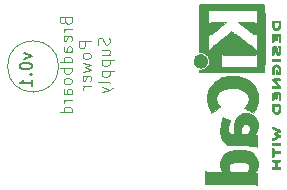
<source format=gbo>
%TF.GenerationSoftware,KiCad,Pcbnew,9.0.2*%
%TF.CreationDate,2025-06-18T23:28:51+06:00*%
%TF.ProjectId,Breadboardpower_Supply,42726561-6462-46f6-9172-64706f776572,rev?*%
%TF.SameCoordinates,Original*%
%TF.FileFunction,Legend,Bot*%
%TF.FilePolarity,Positive*%
%FSLAX46Y46*%
G04 Gerber Fmt 4.6, Leading zero omitted, Abs format (unit mm)*
G04 Created by KiCad (PCBNEW 9.0.2) date 2025-06-18 23:28:51*
%MOMM*%
%LPD*%
G01*
G04 APERTURE LIST*
%ADD10C,0.200000*%
%ADD11C,0.100000*%
%ADD12C,0.010000*%
G04 APERTURE END LIST*
D10*
X78448552Y-95524435D02*
X79115219Y-95762530D01*
X79115219Y-95762530D02*
X78448552Y-96000625D01*
X78115219Y-96572054D02*
X78115219Y-96667292D01*
X78115219Y-96667292D02*
X78162838Y-96762530D01*
X78162838Y-96762530D02*
X78210457Y-96810149D01*
X78210457Y-96810149D02*
X78305695Y-96857768D01*
X78305695Y-96857768D02*
X78496171Y-96905387D01*
X78496171Y-96905387D02*
X78734266Y-96905387D01*
X78734266Y-96905387D02*
X78924742Y-96857768D01*
X78924742Y-96857768D02*
X79019980Y-96810149D01*
X79019980Y-96810149D02*
X79067600Y-96762530D01*
X79067600Y-96762530D02*
X79115219Y-96667292D01*
X79115219Y-96667292D02*
X79115219Y-96572054D01*
X79115219Y-96572054D02*
X79067600Y-96476816D01*
X79067600Y-96476816D02*
X79019980Y-96429197D01*
X79019980Y-96429197D02*
X78924742Y-96381578D01*
X78924742Y-96381578D02*
X78734266Y-96333959D01*
X78734266Y-96333959D02*
X78496171Y-96333959D01*
X78496171Y-96333959D02*
X78305695Y-96381578D01*
X78305695Y-96381578D02*
X78210457Y-96429197D01*
X78210457Y-96429197D02*
X78162838Y-96476816D01*
X78162838Y-96476816D02*
X78115219Y-96572054D01*
X79019980Y-97333959D02*
X79067600Y-97381578D01*
X79067600Y-97381578D02*
X79115219Y-97333959D01*
X79115219Y-97333959D02*
X79067600Y-97286340D01*
X79067600Y-97286340D02*
X79019980Y-97333959D01*
X79019980Y-97333959D02*
X79115219Y-97333959D01*
X79115219Y-98333958D02*
X79115219Y-97762530D01*
X79115219Y-98048244D02*
X78115219Y-98048244D01*
X78115219Y-98048244D02*
X78258076Y-97953006D01*
X78258076Y-97953006D02*
X78353314Y-97857768D01*
X78353314Y-97857768D02*
X78400933Y-97762530D01*
D11*
X81980721Y-92829523D02*
X82028340Y-92972380D01*
X82028340Y-92972380D02*
X82075959Y-93019999D01*
X82075959Y-93019999D02*
X82171197Y-93067618D01*
X82171197Y-93067618D02*
X82314054Y-93067618D01*
X82314054Y-93067618D02*
X82409292Y-93019999D01*
X82409292Y-93019999D02*
X82456912Y-92972380D01*
X82456912Y-92972380D02*
X82504531Y-92877142D01*
X82504531Y-92877142D02*
X82504531Y-92496190D01*
X82504531Y-92496190D02*
X81504531Y-92496190D01*
X81504531Y-92496190D02*
X81504531Y-92829523D01*
X81504531Y-92829523D02*
X81552150Y-92924761D01*
X81552150Y-92924761D02*
X81599769Y-92972380D01*
X81599769Y-92972380D02*
X81695007Y-93019999D01*
X81695007Y-93019999D02*
X81790245Y-93019999D01*
X81790245Y-93019999D02*
X81885483Y-92972380D01*
X81885483Y-92972380D02*
X81933102Y-92924761D01*
X81933102Y-92924761D02*
X81980721Y-92829523D01*
X81980721Y-92829523D02*
X81980721Y-92496190D01*
X82504531Y-93496190D02*
X81837864Y-93496190D01*
X82028340Y-93496190D02*
X81933102Y-93543809D01*
X81933102Y-93543809D02*
X81885483Y-93591428D01*
X81885483Y-93591428D02*
X81837864Y-93686666D01*
X81837864Y-93686666D02*
X81837864Y-93781904D01*
X82456912Y-94496190D02*
X82504531Y-94400952D01*
X82504531Y-94400952D02*
X82504531Y-94210476D01*
X82504531Y-94210476D02*
X82456912Y-94115238D01*
X82456912Y-94115238D02*
X82361673Y-94067619D01*
X82361673Y-94067619D02*
X81980721Y-94067619D01*
X81980721Y-94067619D02*
X81885483Y-94115238D01*
X81885483Y-94115238D02*
X81837864Y-94210476D01*
X81837864Y-94210476D02*
X81837864Y-94400952D01*
X81837864Y-94400952D02*
X81885483Y-94496190D01*
X81885483Y-94496190D02*
X81980721Y-94543809D01*
X81980721Y-94543809D02*
X82075959Y-94543809D01*
X82075959Y-94543809D02*
X82171197Y-94067619D01*
X82504531Y-95400952D02*
X81980721Y-95400952D01*
X81980721Y-95400952D02*
X81885483Y-95353333D01*
X81885483Y-95353333D02*
X81837864Y-95258095D01*
X81837864Y-95258095D02*
X81837864Y-95067619D01*
X81837864Y-95067619D02*
X81885483Y-94972381D01*
X82456912Y-95400952D02*
X82504531Y-95305714D01*
X82504531Y-95305714D02*
X82504531Y-95067619D01*
X82504531Y-95067619D02*
X82456912Y-94972381D01*
X82456912Y-94972381D02*
X82361673Y-94924762D01*
X82361673Y-94924762D02*
X82266435Y-94924762D01*
X82266435Y-94924762D02*
X82171197Y-94972381D01*
X82171197Y-94972381D02*
X82123578Y-95067619D01*
X82123578Y-95067619D02*
X82123578Y-95305714D01*
X82123578Y-95305714D02*
X82075959Y-95400952D01*
X82504531Y-96305714D02*
X81504531Y-96305714D01*
X82456912Y-96305714D02*
X82504531Y-96210476D01*
X82504531Y-96210476D02*
X82504531Y-96020000D01*
X82504531Y-96020000D02*
X82456912Y-95924762D01*
X82456912Y-95924762D02*
X82409292Y-95877143D01*
X82409292Y-95877143D02*
X82314054Y-95829524D01*
X82314054Y-95829524D02*
X82028340Y-95829524D01*
X82028340Y-95829524D02*
X81933102Y-95877143D01*
X81933102Y-95877143D02*
X81885483Y-95924762D01*
X81885483Y-95924762D02*
X81837864Y-96020000D01*
X81837864Y-96020000D02*
X81837864Y-96210476D01*
X81837864Y-96210476D02*
X81885483Y-96305714D01*
X82504531Y-96781905D02*
X81504531Y-96781905D01*
X81885483Y-96781905D02*
X81837864Y-96877143D01*
X81837864Y-96877143D02*
X81837864Y-97067619D01*
X81837864Y-97067619D02*
X81885483Y-97162857D01*
X81885483Y-97162857D02*
X81933102Y-97210476D01*
X81933102Y-97210476D02*
X82028340Y-97258095D01*
X82028340Y-97258095D02*
X82314054Y-97258095D01*
X82314054Y-97258095D02*
X82409292Y-97210476D01*
X82409292Y-97210476D02*
X82456912Y-97162857D01*
X82456912Y-97162857D02*
X82504531Y-97067619D01*
X82504531Y-97067619D02*
X82504531Y-96877143D01*
X82504531Y-96877143D02*
X82456912Y-96781905D01*
X82504531Y-97829524D02*
X82456912Y-97734286D01*
X82456912Y-97734286D02*
X82409292Y-97686667D01*
X82409292Y-97686667D02*
X82314054Y-97639048D01*
X82314054Y-97639048D02*
X82028340Y-97639048D01*
X82028340Y-97639048D02*
X81933102Y-97686667D01*
X81933102Y-97686667D02*
X81885483Y-97734286D01*
X81885483Y-97734286D02*
X81837864Y-97829524D01*
X81837864Y-97829524D02*
X81837864Y-97972381D01*
X81837864Y-97972381D02*
X81885483Y-98067619D01*
X81885483Y-98067619D02*
X81933102Y-98115238D01*
X81933102Y-98115238D02*
X82028340Y-98162857D01*
X82028340Y-98162857D02*
X82314054Y-98162857D01*
X82314054Y-98162857D02*
X82409292Y-98115238D01*
X82409292Y-98115238D02*
X82456912Y-98067619D01*
X82456912Y-98067619D02*
X82504531Y-97972381D01*
X82504531Y-97972381D02*
X82504531Y-97829524D01*
X82504531Y-99020000D02*
X81980721Y-99020000D01*
X81980721Y-99020000D02*
X81885483Y-98972381D01*
X81885483Y-98972381D02*
X81837864Y-98877143D01*
X81837864Y-98877143D02*
X81837864Y-98686667D01*
X81837864Y-98686667D02*
X81885483Y-98591429D01*
X82456912Y-99020000D02*
X82504531Y-98924762D01*
X82504531Y-98924762D02*
X82504531Y-98686667D01*
X82504531Y-98686667D02*
X82456912Y-98591429D01*
X82456912Y-98591429D02*
X82361673Y-98543810D01*
X82361673Y-98543810D02*
X82266435Y-98543810D01*
X82266435Y-98543810D02*
X82171197Y-98591429D01*
X82171197Y-98591429D02*
X82123578Y-98686667D01*
X82123578Y-98686667D02*
X82123578Y-98924762D01*
X82123578Y-98924762D02*
X82075959Y-99020000D01*
X82504531Y-99496191D02*
X81837864Y-99496191D01*
X82028340Y-99496191D02*
X81933102Y-99543810D01*
X81933102Y-99543810D02*
X81885483Y-99591429D01*
X81885483Y-99591429D02*
X81837864Y-99686667D01*
X81837864Y-99686667D02*
X81837864Y-99781905D01*
X82504531Y-100543810D02*
X81504531Y-100543810D01*
X82456912Y-100543810D02*
X82504531Y-100448572D01*
X82504531Y-100448572D02*
X82504531Y-100258096D01*
X82504531Y-100258096D02*
X82456912Y-100162858D01*
X82456912Y-100162858D02*
X82409292Y-100115239D01*
X82409292Y-100115239D02*
X82314054Y-100067620D01*
X82314054Y-100067620D02*
X82028340Y-100067620D01*
X82028340Y-100067620D02*
X81933102Y-100115239D01*
X81933102Y-100115239D02*
X81885483Y-100162858D01*
X81885483Y-100162858D02*
X81837864Y-100258096D01*
X81837864Y-100258096D02*
X81837864Y-100448572D01*
X81837864Y-100448572D02*
X81885483Y-100543810D01*
X84114475Y-94543809D02*
X83114475Y-94543809D01*
X83114475Y-94543809D02*
X83114475Y-94924761D01*
X83114475Y-94924761D02*
X83162094Y-95019999D01*
X83162094Y-95019999D02*
X83209713Y-95067618D01*
X83209713Y-95067618D02*
X83304951Y-95115237D01*
X83304951Y-95115237D02*
X83447808Y-95115237D01*
X83447808Y-95115237D02*
X83543046Y-95067618D01*
X83543046Y-95067618D02*
X83590665Y-95019999D01*
X83590665Y-95019999D02*
X83638284Y-94924761D01*
X83638284Y-94924761D02*
X83638284Y-94543809D01*
X84114475Y-95686666D02*
X84066856Y-95591428D01*
X84066856Y-95591428D02*
X84019236Y-95543809D01*
X84019236Y-95543809D02*
X83923998Y-95496190D01*
X83923998Y-95496190D02*
X83638284Y-95496190D01*
X83638284Y-95496190D02*
X83543046Y-95543809D01*
X83543046Y-95543809D02*
X83495427Y-95591428D01*
X83495427Y-95591428D02*
X83447808Y-95686666D01*
X83447808Y-95686666D02*
X83447808Y-95829523D01*
X83447808Y-95829523D02*
X83495427Y-95924761D01*
X83495427Y-95924761D02*
X83543046Y-95972380D01*
X83543046Y-95972380D02*
X83638284Y-96019999D01*
X83638284Y-96019999D02*
X83923998Y-96019999D01*
X83923998Y-96019999D02*
X84019236Y-95972380D01*
X84019236Y-95972380D02*
X84066856Y-95924761D01*
X84066856Y-95924761D02*
X84114475Y-95829523D01*
X84114475Y-95829523D02*
X84114475Y-95686666D01*
X83447808Y-96353333D02*
X84114475Y-96543809D01*
X84114475Y-96543809D02*
X83638284Y-96734285D01*
X83638284Y-96734285D02*
X84114475Y-96924761D01*
X84114475Y-96924761D02*
X83447808Y-97115237D01*
X84066856Y-97877142D02*
X84114475Y-97781904D01*
X84114475Y-97781904D02*
X84114475Y-97591428D01*
X84114475Y-97591428D02*
X84066856Y-97496190D01*
X84066856Y-97496190D02*
X83971617Y-97448571D01*
X83971617Y-97448571D02*
X83590665Y-97448571D01*
X83590665Y-97448571D02*
X83495427Y-97496190D01*
X83495427Y-97496190D02*
X83447808Y-97591428D01*
X83447808Y-97591428D02*
X83447808Y-97781904D01*
X83447808Y-97781904D02*
X83495427Y-97877142D01*
X83495427Y-97877142D02*
X83590665Y-97924761D01*
X83590665Y-97924761D02*
X83685903Y-97924761D01*
X83685903Y-97924761D02*
X83781141Y-97448571D01*
X84114475Y-98353333D02*
X83447808Y-98353333D01*
X83638284Y-98353333D02*
X83543046Y-98400952D01*
X83543046Y-98400952D02*
X83495427Y-98448571D01*
X83495427Y-98448571D02*
X83447808Y-98543809D01*
X83447808Y-98543809D02*
X83447808Y-98639047D01*
X85676800Y-94234285D02*
X85724419Y-94377142D01*
X85724419Y-94377142D02*
X85724419Y-94615237D01*
X85724419Y-94615237D02*
X85676800Y-94710475D01*
X85676800Y-94710475D02*
X85629180Y-94758094D01*
X85629180Y-94758094D02*
X85533942Y-94805713D01*
X85533942Y-94805713D02*
X85438704Y-94805713D01*
X85438704Y-94805713D02*
X85343466Y-94758094D01*
X85343466Y-94758094D02*
X85295847Y-94710475D01*
X85295847Y-94710475D02*
X85248228Y-94615237D01*
X85248228Y-94615237D02*
X85200609Y-94424761D01*
X85200609Y-94424761D02*
X85152990Y-94329523D01*
X85152990Y-94329523D02*
X85105371Y-94281904D01*
X85105371Y-94281904D02*
X85010133Y-94234285D01*
X85010133Y-94234285D02*
X84914895Y-94234285D01*
X84914895Y-94234285D02*
X84819657Y-94281904D01*
X84819657Y-94281904D02*
X84772038Y-94329523D01*
X84772038Y-94329523D02*
X84724419Y-94424761D01*
X84724419Y-94424761D02*
X84724419Y-94662856D01*
X84724419Y-94662856D02*
X84772038Y-94805713D01*
X85057752Y-95662856D02*
X85724419Y-95662856D01*
X85057752Y-95234285D02*
X85581561Y-95234285D01*
X85581561Y-95234285D02*
X85676800Y-95281904D01*
X85676800Y-95281904D02*
X85724419Y-95377142D01*
X85724419Y-95377142D02*
X85724419Y-95519999D01*
X85724419Y-95519999D02*
X85676800Y-95615237D01*
X85676800Y-95615237D02*
X85629180Y-95662856D01*
X85057752Y-96139047D02*
X86057752Y-96139047D01*
X85105371Y-96139047D02*
X85057752Y-96234285D01*
X85057752Y-96234285D02*
X85057752Y-96424761D01*
X85057752Y-96424761D02*
X85105371Y-96519999D01*
X85105371Y-96519999D02*
X85152990Y-96567618D01*
X85152990Y-96567618D02*
X85248228Y-96615237D01*
X85248228Y-96615237D02*
X85533942Y-96615237D01*
X85533942Y-96615237D02*
X85629180Y-96567618D01*
X85629180Y-96567618D02*
X85676800Y-96519999D01*
X85676800Y-96519999D02*
X85724419Y-96424761D01*
X85724419Y-96424761D02*
X85724419Y-96234285D01*
X85724419Y-96234285D02*
X85676800Y-96139047D01*
X85057752Y-97043809D02*
X86057752Y-97043809D01*
X85105371Y-97043809D02*
X85057752Y-97139047D01*
X85057752Y-97139047D02*
X85057752Y-97329523D01*
X85057752Y-97329523D02*
X85105371Y-97424761D01*
X85105371Y-97424761D02*
X85152990Y-97472380D01*
X85152990Y-97472380D02*
X85248228Y-97519999D01*
X85248228Y-97519999D02*
X85533942Y-97519999D01*
X85533942Y-97519999D02*
X85629180Y-97472380D01*
X85629180Y-97472380D02*
X85676800Y-97424761D01*
X85676800Y-97424761D02*
X85724419Y-97329523D01*
X85724419Y-97329523D02*
X85724419Y-97139047D01*
X85724419Y-97139047D02*
X85676800Y-97043809D01*
X85724419Y-98091428D02*
X85676800Y-97996190D01*
X85676800Y-97996190D02*
X85581561Y-97948571D01*
X85581561Y-97948571D02*
X84724419Y-97948571D01*
X85057752Y-98377143D02*
X85724419Y-98615238D01*
X85057752Y-98853333D02*
X85724419Y-98615238D01*
X85724419Y-98615238D02*
X85962514Y-98520000D01*
X85962514Y-98520000D02*
X86010133Y-98472381D01*
X86010133Y-98472381D02*
X86057752Y-98377143D01*
X81418177Y-96658177D02*
G75*
G02*
X77077823Y-96658177I-2170177J0D01*
G01*
X77077823Y-96658177D02*
G75*
G02*
X81418177Y-96658177I2170177J0D01*
G01*
D12*
%TO.C,REF\u002A\u002A*%
X100172304Y-103183095D02*
X100189779Y-103214455D01*
X100190615Y-103250256D01*
X100170122Y-103281694D01*
X100165456Y-103285570D01*
X100155989Y-103291036D01*
X100142307Y-103295243D01*
X100121788Y-103298355D01*
X100091808Y-103300535D01*
X100049744Y-103301946D01*
X99992972Y-103302751D01*
X99918870Y-103303115D01*
X99824813Y-103303200D01*
X99503267Y-103303200D01*
X99481687Y-103276549D01*
X99466917Y-103252836D01*
X99460107Y-103229822D01*
X99465989Y-103208816D01*
X99481687Y-103183095D01*
X99503267Y-103156444D01*
X100150724Y-103156444D01*
X100172304Y-103183095D01*
G36*
X100172304Y-103183095D02*
G01*
X100189779Y-103214455D01*
X100190615Y-103250256D01*
X100170122Y-103281694D01*
X100165456Y-103285570D01*
X100155989Y-103291036D01*
X100142307Y-103295243D01*
X100121788Y-103298355D01*
X100091808Y-103300535D01*
X100049744Y-103301946D01*
X99992972Y-103302751D01*
X99918870Y-103303115D01*
X99824813Y-103303200D01*
X99503267Y-103303200D01*
X99481687Y-103276549D01*
X99466917Y-103252836D01*
X99460107Y-103229822D01*
X99465989Y-103208816D01*
X99481687Y-103183095D01*
X99503267Y-103156444D01*
X100150724Y-103156444D01*
X100172304Y-103183095D01*
G37*
X99912607Y-96016263D02*
X99986829Y-96016521D01*
X100043581Y-96017192D01*
X100085552Y-96018470D01*
X100115429Y-96020549D01*
X100135901Y-96023623D01*
X100149654Y-96027888D01*
X100159377Y-96033538D01*
X100167757Y-96040767D01*
X100189221Y-96072231D01*
X100190987Y-96107396D01*
X100171307Y-96140400D01*
X100165438Y-96145706D01*
X100156354Y-96151156D01*
X100143013Y-96155322D01*
X100122797Y-96158376D01*
X100093089Y-96160490D01*
X100051272Y-96161836D01*
X99994729Y-96162584D01*
X99920842Y-96162908D01*
X99826996Y-96162977D01*
X99751334Y-96162938D01*
X99673425Y-96162683D01*
X99613415Y-96162039D01*
X99568688Y-96160835D01*
X99536625Y-96158898D01*
X99514611Y-96156058D01*
X99500027Y-96152143D01*
X99490258Y-96146980D01*
X99482685Y-96140400D01*
X99463663Y-96111216D01*
X99464503Y-96078085D01*
X99487816Y-96043931D01*
X99515525Y-96016222D01*
X99828577Y-96016222D01*
X99912607Y-96016263D01*
G36*
X99912607Y-96016263D02*
G01*
X99986829Y-96016521D01*
X100043581Y-96017192D01*
X100085552Y-96018470D01*
X100115429Y-96020549D01*
X100135901Y-96023623D01*
X100149654Y-96027888D01*
X100159377Y-96033538D01*
X100167757Y-96040767D01*
X100189221Y-96072231D01*
X100190987Y-96107396D01*
X100171307Y-96140400D01*
X100165438Y-96145706D01*
X100156354Y-96151156D01*
X100143013Y-96155322D01*
X100122797Y-96158376D01*
X100093089Y-96160490D01*
X100051272Y-96161836D01*
X99994729Y-96162584D01*
X99920842Y-96162908D01*
X99826996Y-96162977D01*
X99751334Y-96162938D01*
X99673425Y-96162683D01*
X99613415Y-96162039D01*
X99568688Y-96160835D01*
X99536625Y-96158898D01*
X99514611Y-96156058D01*
X99500027Y-96152143D01*
X99490258Y-96146980D01*
X99482685Y-96140400D01*
X99463663Y-96111216D01*
X99464503Y-96078085D01*
X99487816Y-96043931D01*
X99515525Y-96016222D01*
X99828577Y-96016222D01*
X99912607Y-96016263D01*
G37*
X93470229Y-95627409D02*
X93520728Y-95630195D01*
X93560128Y-95637027D01*
X93597476Y-95649610D01*
X93641821Y-95669650D01*
X93653639Y-95675448D01*
X93761849Y-95743969D01*
X93850881Y-95830149D01*
X93918645Y-95931542D01*
X93963054Y-96045703D01*
X93975446Y-96104280D01*
X93981245Y-96223115D01*
X93962482Y-96338214D01*
X93921080Y-96446202D01*
X93858963Y-96543705D01*
X93778055Y-96627346D01*
X93680280Y-96693751D01*
X93567562Y-96739545D01*
X93475319Y-96756300D01*
X93373525Y-96757809D01*
X93274508Y-96744182D01*
X93188740Y-96716069D01*
X93127421Y-96683584D01*
X93030136Y-96611267D01*
X92953355Y-96525536D01*
X92897086Y-96429541D01*
X92861338Y-96326435D01*
X92846116Y-96219372D01*
X92851429Y-96111502D01*
X92877284Y-96005978D01*
X92923689Y-95905954D01*
X92990651Y-95814580D01*
X93078176Y-95735009D01*
X93186274Y-95670394D01*
X93224354Y-95653071D01*
X93262951Y-95639037D01*
X93301537Y-95631162D01*
X93349263Y-95627711D01*
X93415281Y-95626946D01*
X93470229Y-95627409D01*
G36*
X93470229Y-95627409D02*
G01*
X93520728Y-95630195D01*
X93560128Y-95637027D01*
X93597476Y-95649610D01*
X93641821Y-95669650D01*
X93653639Y-95675448D01*
X93761849Y-95743969D01*
X93850881Y-95830149D01*
X93918645Y-95931542D01*
X93963054Y-96045703D01*
X93975446Y-96104280D01*
X93981245Y-96223115D01*
X93962482Y-96338214D01*
X93921080Y-96446202D01*
X93858963Y-96543705D01*
X93778055Y-96627346D01*
X93680280Y-96693751D01*
X93567562Y-96739545D01*
X93475319Y-96756300D01*
X93373525Y-96757809D01*
X93274508Y-96744182D01*
X93188740Y-96716069D01*
X93127421Y-96683584D01*
X93030136Y-96611267D01*
X92953355Y-96525536D01*
X92897086Y-96429541D01*
X92861338Y-96326435D01*
X92846116Y-96219372D01*
X92851429Y-96111502D01*
X92877284Y-96005978D01*
X92923689Y-95905954D01*
X92990651Y-95814580D01*
X93078176Y-95735009D01*
X93186274Y-95670394D01*
X93224354Y-95653071D01*
X93262951Y-95639037D01*
X93301537Y-95631162D01*
X93349263Y-95627711D01*
X93415281Y-95626946D01*
X93470229Y-95627409D01*
G37*
X99586218Y-103553305D02*
X99587671Y-103554665D01*
X99596032Y-103565868D01*
X99601587Y-103582970D01*
X99604880Y-103610140D01*
X99606458Y-103651544D01*
X99606862Y-103711349D01*
X99606862Y-103850711D01*
X99870629Y-103850711D01*
X99946457Y-103850786D01*
X100013123Y-103851194D01*
X100062907Y-103852176D01*
X100098824Y-103853972D01*
X100123890Y-103856823D01*
X100141121Y-103860969D01*
X100153532Y-103866651D01*
X100164140Y-103874108D01*
X100166946Y-103876398D01*
X100189588Y-103907576D01*
X100191152Y-103941956D01*
X100171307Y-103974888D01*
X100163231Y-103981867D01*
X100152633Y-103987339D01*
X100136789Y-103991359D01*
X100112813Y-103994150D01*
X100077814Y-103995934D01*
X100028904Y-103996933D01*
X99963194Y-103997370D01*
X99877796Y-103997466D01*
X99606862Y-103997466D01*
X99606862Y-104143402D01*
X99606861Y-104154502D01*
X99606636Y-104211020D01*
X99605497Y-104249864D01*
X99602697Y-104275257D01*
X99597490Y-104291418D01*
X99589129Y-104302570D01*
X99576866Y-104312933D01*
X99546178Y-104328781D01*
X99512398Y-104325679D01*
X99479862Y-104300035D01*
X99476145Y-104295093D01*
X99471309Y-104284884D01*
X99467546Y-104269458D01*
X99464723Y-104246336D01*
X99462710Y-104213039D01*
X99461373Y-104167085D01*
X99460582Y-104105994D01*
X99460203Y-104027287D01*
X99460107Y-103928482D01*
X99460108Y-103908455D01*
X99460198Y-103814332D01*
X99460538Y-103739817D01*
X99461279Y-103682411D01*
X99462575Y-103639611D01*
X99464577Y-103608918D01*
X99467436Y-103587831D01*
X99471306Y-103573849D01*
X99476338Y-103564472D01*
X99482685Y-103557200D01*
X99515402Y-103538394D01*
X99552979Y-103536947D01*
X99586218Y-103553305D01*
G36*
X99586218Y-103553305D02*
G01*
X99587671Y-103554665D01*
X99596032Y-103565868D01*
X99601587Y-103582970D01*
X99604880Y-103610140D01*
X99606458Y-103651544D01*
X99606862Y-103711349D01*
X99606862Y-103850711D01*
X99870629Y-103850711D01*
X99946457Y-103850786D01*
X100013123Y-103851194D01*
X100062907Y-103852176D01*
X100098824Y-103853972D01*
X100123890Y-103856823D01*
X100141121Y-103860969D01*
X100153532Y-103866651D01*
X100164140Y-103874108D01*
X100166946Y-103876398D01*
X100189588Y-103907576D01*
X100191152Y-103941956D01*
X100171307Y-103974888D01*
X100163231Y-103981867D01*
X100152633Y-103987339D01*
X100136789Y-103991359D01*
X100112813Y-103994150D01*
X100077814Y-103995934D01*
X100028904Y-103996933D01*
X99963194Y-103997370D01*
X99877796Y-103997466D01*
X99606862Y-103997466D01*
X99606862Y-104143402D01*
X99606861Y-104154502D01*
X99606636Y-104211020D01*
X99605497Y-104249864D01*
X99602697Y-104275257D01*
X99597490Y-104291418D01*
X99589129Y-104302570D01*
X99576866Y-104312933D01*
X99546178Y-104328781D01*
X99512398Y-104325679D01*
X99479862Y-104300035D01*
X99476145Y-104295093D01*
X99471309Y-104284884D01*
X99467546Y-104269458D01*
X99464723Y-104246336D01*
X99462710Y-104213039D01*
X99461373Y-104167085D01*
X99460582Y-104105994D01*
X99460203Y-104027287D01*
X99460107Y-103928482D01*
X99460108Y-103908455D01*
X99460198Y-103814332D01*
X99460538Y-103739817D01*
X99461279Y-103682411D01*
X99462575Y-103639611D01*
X99464577Y-103608918D01*
X99467436Y-103587831D01*
X99471306Y-103573849D01*
X99476338Y-103564472D01*
X99482685Y-103557200D01*
X99515402Y-103538394D01*
X99552979Y-103536947D01*
X99586218Y-103553305D01*
G37*
X99868671Y-104561113D02*
X99985040Y-104561597D01*
X99999215Y-104561665D01*
X100060977Y-104562251D01*
X100104660Y-104563574D01*
X100134041Y-104566119D01*
X100152895Y-104570374D01*
X100164999Y-104576826D01*
X100174129Y-104585960D01*
X100191546Y-104619418D01*
X100188644Y-104654366D01*
X100164140Y-104685269D01*
X100150937Y-104694278D01*
X100132401Y-104701730D01*
X100106373Y-104706098D01*
X100067827Y-104708153D01*
X100011740Y-104708666D01*
X99889085Y-104708666D01*
X99889085Y-105205377D01*
X100023911Y-105205377D01*
X100059702Y-105205450D01*
X100106032Y-105206213D01*
X100136566Y-105208389D01*
X100155597Y-105212686D01*
X100167414Y-105219810D01*
X100176311Y-105230467D01*
X100191381Y-105262718D01*
X100188713Y-105298005D01*
X100164140Y-105328736D01*
X100157885Y-105333391D01*
X100147361Y-105339327D01*
X100133431Y-105343858D01*
X100113357Y-105347174D01*
X100084400Y-105349463D01*
X100043820Y-105350914D01*
X99988880Y-105351717D01*
X99916839Y-105352060D01*
X99824960Y-105352133D01*
X99515525Y-105352133D01*
X99487816Y-105324424D01*
X99465573Y-105293045D01*
X99462884Y-105259816D01*
X99482685Y-105227955D01*
X99492455Y-105219669D01*
X99508347Y-105212257D01*
X99532315Y-105207920D01*
X99569188Y-105205884D01*
X99623796Y-105205377D01*
X99742329Y-105205377D01*
X99742329Y-104708666D01*
X99626816Y-104708666D01*
X99575118Y-104708228D01*
X99540594Y-104706264D01*
X99518018Y-104701748D01*
X99502166Y-104693655D01*
X99487816Y-104680957D01*
X99465573Y-104649579D01*
X99462884Y-104616350D01*
X99482685Y-104584488D01*
X99488875Y-104578856D01*
X99497081Y-104573766D01*
X99508857Y-104569679D01*
X99526316Y-104566501D01*
X99551570Y-104564135D01*
X99586730Y-104562484D01*
X99633909Y-104561453D01*
X99695217Y-104560945D01*
X99772767Y-104560863D01*
X99868671Y-104561113D01*
G36*
X99868671Y-104561113D02*
G01*
X99985040Y-104561597D01*
X99999215Y-104561665D01*
X100060977Y-104562251D01*
X100104660Y-104563574D01*
X100134041Y-104566119D01*
X100152895Y-104570374D01*
X100164999Y-104576826D01*
X100174129Y-104585960D01*
X100191546Y-104619418D01*
X100188644Y-104654366D01*
X100164140Y-104685269D01*
X100150937Y-104694278D01*
X100132401Y-104701730D01*
X100106373Y-104706098D01*
X100067827Y-104708153D01*
X100011740Y-104708666D01*
X99889085Y-104708666D01*
X99889085Y-105205377D01*
X100023911Y-105205377D01*
X100059702Y-105205450D01*
X100106032Y-105206213D01*
X100136566Y-105208389D01*
X100155597Y-105212686D01*
X100167414Y-105219810D01*
X100176311Y-105230467D01*
X100191381Y-105262718D01*
X100188713Y-105298005D01*
X100164140Y-105328736D01*
X100157885Y-105333391D01*
X100147361Y-105339327D01*
X100133431Y-105343858D01*
X100113357Y-105347174D01*
X100084400Y-105349463D01*
X100043820Y-105350914D01*
X99988880Y-105351717D01*
X99916839Y-105352060D01*
X99824960Y-105352133D01*
X99515525Y-105352133D01*
X99487816Y-105324424D01*
X99465573Y-105293045D01*
X99462884Y-105259816D01*
X99482685Y-105227955D01*
X99492455Y-105219669D01*
X99508347Y-105212257D01*
X99532315Y-105207920D01*
X99569188Y-105205884D01*
X99623796Y-105205377D01*
X99742329Y-105205377D01*
X99742329Y-104708666D01*
X99626816Y-104708666D01*
X99575118Y-104708228D01*
X99540594Y-104706264D01*
X99518018Y-104701748D01*
X99502166Y-104693655D01*
X99487816Y-104680957D01*
X99465573Y-104649579D01*
X99462884Y-104616350D01*
X99482685Y-104584488D01*
X99488875Y-104578856D01*
X99497081Y-104573766D01*
X99508857Y-104569679D01*
X99526316Y-104566501D01*
X99551570Y-104564135D01*
X99586730Y-104562484D01*
X99633909Y-104561453D01*
X99695217Y-104560945D01*
X99772767Y-104560863D01*
X99868671Y-104561113D01*
G37*
X99886566Y-99877047D02*
X99965351Y-99877272D01*
X100026061Y-99877890D01*
X100047129Y-99878447D01*
X100071436Y-99879089D01*
X100104215Y-99881059D01*
X100127135Y-99883987D01*
X100142937Y-99888064D01*
X100154359Y-99893479D01*
X100164140Y-99900419D01*
X100193885Y-99923816D01*
X100193291Y-100089508D01*
X100192993Y-100124304D01*
X100189562Y-100222787D01*
X100181879Y-100303749D01*
X100169322Y-100370843D01*
X100151267Y-100427726D01*
X100127092Y-100478053D01*
X100125175Y-100481412D01*
X100088457Y-100539224D01*
X100051491Y-100581578D01*
X100008006Y-100614394D01*
X99951729Y-100643594D01*
X99942113Y-100647876D01*
X99878927Y-100670453D01*
X99823549Y-100677425D01*
X99768523Y-100668823D01*
X99706391Y-100644681D01*
X99704698Y-100643885D01*
X99635276Y-100603434D01*
X99578678Y-100552749D01*
X99534110Y-100490024D01*
X99500781Y-100413448D01*
X99477901Y-100321213D01*
X99464676Y-100211510D01*
X99460315Y-100082531D01*
X99460310Y-100078959D01*
X99460412Y-100035066D01*
X99606862Y-100035066D01*
X99607310Y-100122555D01*
X99609786Y-100189475D01*
X99621038Y-100281873D01*
X99640577Y-100361188D01*
X99667551Y-100423162D01*
X99688280Y-100454102D01*
X99718046Y-100482222D01*
X99760474Y-100505562D01*
X99776440Y-100512689D01*
X99808942Y-100524513D01*
X99833373Y-100526943D01*
X99858101Y-100521330D01*
X99873979Y-100515604D01*
X99933887Y-100482674D01*
X99979640Y-100435336D01*
X100012776Y-100371570D01*
X100034830Y-100289361D01*
X100035332Y-100286567D01*
X100041295Y-100240282D01*
X100045523Y-100183886D01*
X100047129Y-100128948D01*
X100047129Y-100035066D01*
X99606862Y-100035066D01*
X99460412Y-100035066D01*
X99460450Y-100018939D01*
X99461486Y-99977008D01*
X99464080Y-99948894D01*
X99468893Y-99930325D01*
X99476584Y-99917028D01*
X99487816Y-99904731D01*
X99515525Y-99877022D01*
X99824960Y-99877022D01*
X99886566Y-99877047D01*
G36*
X99886566Y-99877047D02*
G01*
X99965351Y-99877272D01*
X100026061Y-99877890D01*
X100047129Y-99878447D01*
X100071436Y-99879089D01*
X100104215Y-99881059D01*
X100127135Y-99883987D01*
X100142937Y-99888064D01*
X100154359Y-99893479D01*
X100164140Y-99900419D01*
X100193885Y-99923816D01*
X100193291Y-100089508D01*
X100192993Y-100124304D01*
X100189562Y-100222787D01*
X100181879Y-100303749D01*
X100169322Y-100370843D01*
X100151267Y-100427726D01*
X100127092Y-100478053D01*
X100125175Y-100481412D01*
X100088457Y-100539224D01*
X100051491Y-100581578D01*
X100008006Y-100614394D01*
X99951729Y-100643594D01*
X99942113Y-100647876D01*
X99878927Y-100670453D01*
X99823549Y-100677425D01*
X99768523Y-100668823D01*
X99706391Y-100644681D01*
X99704698Y-100643885D01*
X99635276Y-100603434D01*
X99578678Y-100552749D01*
X99534110Y-100490024D01*
X99500781Y-100413448D01*
X99477901Y-100321213D01*
X99464676Y-100211510D01*
X99460315Y-100082531D01*
X99460310Y-100078959D01*
X99460412Y-100035066D01*
X99606862Y-100035066D01*
X99607310Y-100122555D01*
X99609786Y-100189475D01*
X99621038Y-100281873D01*
X99640577Y-100361188D01*
X99667551Y-100423162D01*
X99688280Y-100454102D01*
X99718046Y-100482222D01*
X99760474Y-100505562D01*
X99776440Y-100512689D01*
X99808942Y-100524513D01*
X99833373Y-100526943D01*
X99858101Y-100521330D01*
X99873979Y-100515604D01*
X99933887Y-100482674D01*
X99979640Y-100435336D01*
X100012776Y-100371570D01*
X100034830Y-100289361D01*
X100035332Y-100286567D01*
X100041295Y-100240282D01*
X100045523Y-100183886D01*
X100047129Y-100128948D01*
X100047129Y-100035066D01*
X99606862Y-100035066D01*
X99460412Y-100035066D01*
X99460450Y-100018939D01*
X99461486Y-99977008D01*
X99464080Y-99948894D01*
X99468893Y-99930325D01*
X99476584Y-99917028D01*
X99487816Y-99904731D01*
X99515525Y-99877022D01*
X99824960Y-99877022D01*
X99886566Y-99877047D01*
G37*
X99826996Y-92787600D02*
X99902657Y-92787639D01*
X99980566Y-92787894D01*
X100040576Y-92788538D01*
X100085304Y-92789742D01*
X100117366Y-92791679D01*
X100139380Y-92794519D01*
X100153964Y-92798434D01*
X100163734Y-92803596D01*
X100171307Y-92810177D01*
X100177541Y-92817145D01*
X100184841Y-92830143D01*
X100189594Y-92849291D01*
X100192332Y-92878694D01*
X100193585Y-92922460D01*
X100193885Y-92984694D01*
X100193509Y-93033640D01*
X100189081Y-93140500D01*
X100178993Y-93229728D01*
X100162405Y-93304526D01*
X100138475Y-93368097D01*
X100106361Y-93423643D01*
X100065222Y-93474368D01*
X100059370Y-93480356D01*
X100010861Y-93517223D01*
X99950053Y-93548323D01*
X99885809Y-93569805D01*
X99826996Y-93577822D01*
X99805779Y-93576543D01*
X99748363Y-93564231D01*
X99688453Y-93541702D01*
X99634403Y-93512472D01*
X99594572Y-93480055D01*
X99577550Y-93460514D01*
X99538362Y-93405802D01*
X99508233Y-93345499D01*
X99486272Y-93276303D01*
X99471590Y-93194911D01*
X99463299Y-93098022D01*
X99461188Y-93010555D01*
X99606848Y-93010555D01*
X99606857Y-93013583D01*
X99608822Y-93064703D01*
X99613547Y-93124806D01*
X99620075Y-93181514D01*
X99629371Y-93231472D01*
X99655640Y-93306224D01*
X99694939Y-93363733D01*
X99747973Y-93405234D01*
X99799240Y-93426451D01*
X99847066Y-93427869D01*
X99898001Y-93409587D01*
X99943918Y-93379917D01*
X99986327Y-93333220D01*
X100016130Y-93271830D01*
X100035266Y-93192684D01*
X100035504Y-93191194D01*
X100041296Y-93142223D01*
X100045436Y-93083529D01*
X100047044Y-93027488D01*
X100047129Y-92934355D01*
X99606862Y-92934355D01*
X99606848Y-93010555D01*
X99461188Y-93010555D01*
X99460507Y-92982333D01*
X99460106Y-92942851D01*
X99459693Y-92897140D01*
X99461497Y-92861339D01*
X99467779Y-92834248D01*
X99480799Y-92814666D01*
X99502818Y-92801392D01*
X99536095Y-92793224D01*
X99582891Y-92788962D01*
X99606862Y-92788365D01*
X99645467Y-92787405D01*
X99726081Y-92787352D01*
X99826996Y-92787600D01*
G36*
X99826996Y-92787600D02*
G01*
X99902657Y-92787639D01*
X99980566Y-92787894D01*
X100040576Y-92788538D01*
X100085304Y-92789742D01*
X100117366Y-92791679D01*
X100139380Y-92794519D01*
X100153964Y-92798434D01*
X100163734Y-92803596D01*
X100171307Y-92810177D01*
X100177541Y-92817145D01*
X100184841Y-92830143D01*
X100189594Y-92849291D01*
X100192332Y-92878694D01*
X100193585Y-92922460D01*
X100193885Y-92984694D01*
X100193509Y-93033640D01*
X100189081Y-93140500D01*
X100178993Y-93229728D01*
X100162405Y-93304526D01*
X100138475Y-93368097D01*
X100106361Y-93423643D01*
X100065222Y-93474368D01*
X100059370Y-93480356D01*
X100010861Y-93517223D01*
X99950053Y-93548323D01*
X99885809Y-93569805D01*
X99826996Y-93577822D01*
X99805779Y-93576543D01*
X99748363Y-93564231D01*
X99688453Y-93541702D01*
X99634403Y-93512472D01*
X99594572Y-93480055D01*
X99577550Y-93460514D01*
X99538362Y-93405802D01*
X99508233Y-93345499D01*
X99486272Y-93276303D01*
X99471590Y-93194911D01*
X99463299Y-93098022D01*
X99461188Y-93010555D01*
X99606848Y-93010555D01*
X99606857Y-93013583D01*
X99608822Y-93064703D01*
X99613547Y-93124806D01*
X99620075Y-93181514D01*
X99629371Y-93231472D01*
X99655640Y-93306224D01*
X99694939Y-93363733D01*
X99747973Y-93405234D01*
X99799240Y-93426451D01*
X99847066Y-93427869D01*
X99898001Y-93409587D01*
X99943918Y-93379917D01*
X99986327Y-93333220D01*
X100016130Y-93271830D01*
X100035266Y-93192684D01*
X100035504Y-93191194D01*
X100041296Y-93142223D01*
X100045436Y-93083529D01*
X100047044Y-93027488D01*
X100047129Y-92934355D01*
X99606862Y-92934355D01*
X99606848Y-93010555D01*
X99461188Y-93010555D01*
X99460507Y-92982333D01*
X99460106Y-92942851D01*
X99459693Y-92897140D01*
X99461497Y-92861339D01*
X99467779Y-92834248D01*
X99480799Y-92814666D01*
X99502818Y-92801392D01*
X99536095Y-92793224D01*
X99582891Y-92788962D01*
X99606862Y-92788365D01*
X99645467Y-92787405D01*
X99726081Y-92787352D01*
X99826996Y-92787600D01*
G37*
X99885526Y-97675711D02*
X99964613Y-97675930D01*
X100025556Y-97676539D01*
X100071102Y-97677730D01*
X100104003Y-97679693D01*
X100127008Y-97682619D01*
X100142866Y-97686699D01*
X100154326Y-97692125D01*
X100164140Y-97699086D01*
X100188533Y-97729514D01*
X100191412Y-97764457D01*
X100172322Y-97801438D01*
X100168847Y-97805622D01*
X100160319Y-97813798D01*
X100148768Y-97819858D01*
X100130936Y-97824241D01*
X100103564Y-97827383D01*
X100063394Y-97829720D01*
X100007168Y-97831691D01*
X99931629Y-97833733D01*
X99712498Y-97839377D01*
X99953139Y-98104666D01*
X100019915Y-98178500D01*
X100078031Y-98243680D01*
X100122989Y-98295874D01*
X100155911Y-98336949D01*
X100177919Y-98368767D01*
X100190134Y-98393196D01*
X100193679Y-98412098D01*
X100189676Y-98427339D01*
X100179247Y-98440783D01*
X100163514Y-98454295D01*
X100155031Y-98460540D01*
X100144453Y-98466172D01*
X100130295Y-98470383D01*
X100109843Y-98473335D01*
X100080382Y-98475190D01*
X100039201Y-98476109D01*
X99983584Y-98476254D01*
X99910819Y-98475787D01*
X99818191Y-98474870D01*
X99503239Y-98471555D01*
X99481673Y-98444904D01*
X99465481Y-98418839D01*
X99462710Y-98385981D01*
X99481663Y-98351450D01*
X99485248Y-98347138D01*
X99493777Y-98339006D01*
X99505369Y-98332977D01*
X99523275Y-98328616D01*
X99550746Y-98325488D01*
X99591034Y-98323159D01*
X99647391Y-98321193D01*
X99723069Y-98319155D01*
X99942918Y-98313511D01*
X99779124Y-98132888D01*
X99700491Y-98046150D01*
X99632098Y-97970379D01*
X99576748Y-97908242D01*
X99533378Y-97858144D01*
X99500921Y-97818487D01*
X99478313Y-97787674D01*
X99464488Y-97764108D01*
X99458383Y-97746192D01*
X99458932Y-97732329D01*
X99465069Y-97720921D01*
X99475731Y-97710372D01*
X99489851Y-97699086D01*
X99495812Y-97694633D01*
X99506308Y-97688634D01*
X99520133Y-97684055D01*
X99540038Y-97680703D01*
X99568772Y-97678389D01*
X99609085Y-97676921D01*
X99663727Y-97676109D01*
X99735447Y-97675762D01*
X99826996Y-97675688D01*
X99885526Y-97675711D01*
G36*
X99885526Y-97675711D02*
G01*
X99964613Y-97675930D01*
X100025556Y-97676539D01*
X100071102Y-97677730D01*
X100104003Y-97679693D01*
X100127008Y-97682619D01*
X100142866Y-97686699D01*
X100154326Y-97692125D01*
X100164140Y-97699086D01*
X100188533Y-97729514D01*
X100191412Y-97764457D01*
X100172322Y-97801438D01*
X100168847Y-97805622D01*
X100160319Y-97813798D01*
X100148768Y-97819858D01*
X100130936Y-97824241D01*
X100103564Y-97827383D01*
X100063394Y-97829720D01*
X100007168Y-97831691D01*
X99931629Y-97833733D01*
X99712498Y-97839377D01*
X99953139Y-98104666D01*
X100019915Y-98178500D01*
X100078031Y-98243680D01*
X100122989Y-98295874D01*
X100155911Y-98336949D01*
X100177919Y-98368767D01*
X100190134Y-98393196D01*
X100193679Y-98412098D01*
X100189676Y-98427339D01*
X100179247Y-98440783D01*
X100163514Y-98454295D01*
X100155031Y-98460540D01*
X100144453Y-98466172D01*
X100130295Y-98470383D01*
X100109843Y-98473335D01*
X100080382Y-98475190D01*
X100039201Y-98476109D01*
X99983584Y-98476254D01*
X99910819Y-98475787D01*
X99818191Y-98474870D01*
X99503239Y-98471555D01*
X99481673Y-98444904D01*
X99465481Y-98418839D01*
X99462710Y-98385981D01*
X99481663Y-98351450D01*
X99485248Y-98347138D01*
X99493777Y-98339006D01*
X99505369Y-98332977D01*
X99523275Y-98328616D01*
X99550746Y-98325488D01*
X99591034Y-98323159D01*
X99647391Y-98321193D01*
X99723069Y-98319155D01*
X99942918Y-98313511D01*
X99779124Y-98132888D01*
X99700491Y-98046150D01*
X99632098Y-97970379D01*
X99576748Y-97908242D01*
X99533378Y-97858144D01*
X99500921Y-97818487D01*
X99478313Y-97787674D01*
X99464488Y-97764108D01*
X99458383Y-97746192D01*
X99458932Y-97732329D01*
X99465069Y-97720921D01*
X99475731Y-97710372D01*
X99489851Y-97699086D01*
X99495812Y-97694633D01*
X99506308Y-97688634D01*
X99520133Y-97684055D01*
X99540038Y-97680703D01*
X99568772Y-97678389D01*
X99609085Y-97676921D01*
X99663727Y-97676109D01*
X99735447Y-97675762D01*
X99826996Y-97675688D01*
X99885526Y-97675711D01*
G37*
X99845299Y-96491924D02*
X99896632Y-96504865D01*
X99953158Y-96528028D01*
X100007075Y-96557920D01*
X100050579Y-96591049D01*
X100060927Y-96601245D01*
X100112702Y-96668330D01*
X100152594Y-96748456D01*
X100176996Y-96834666D01*
X100185108Y-96889630D01*
X100191713Y-96983083D01*
X100189626Y-97072864D01*
X100179380Y-97155353D01*
X100161510Y-97226936D01*
X100136548Y-97283994D01*
X100105028Y-97322911D01*
X100103052Y-97324286D01*
X100077826Y-97331374D01*
X100030575Y-97335613D01*
X99961111Y-97337022D01*
X99898878Y-97336162D01*
X99851496Y-97331442D01*
X99819393Y-97319752D01*
X99799840Y-97297983D01*
X99790110Y-97263024D01*
X99787473Y-97211766D01*
X99789201Y-97141099D01*
X99792213Y-97092479D01*
X99800406Y-97042283D01*
X99814459Y-97009789D01*
X99835694Y-96992330D01*
X99865434Y-96987239D01*
X99869976Y-96987345D01*
X99904770Y-96996047D01*
X99928187Y-97020057D01*
X99941387Y-97061322D01*
X99945529Y-97121791D01*
X99945529Y-97190266D01*
X99983881Y-97190266D01*
X99993016Y-97190216D01*
X100010267Y-97187995D01*
X100020561Y-97178728D01*
X100027499Y-97157347D01*
X100034681Y-97118786D01*
X100035615Y-97113312D01*
X100045518Y-97016362D01*
X100042599Y-96926370D01*
X100027869Y-96845462D01*
X100002339Y-96775763D01*
X99967018Y-96719398D01*
X99922919Y-96678493D01*
X99871052Y-96655171D01*
X99812428Y-96651559D01*
X99783534Y-96657077D01*
X99727644Y-96683761D01*
X99681985Y-96729949D01*
X99647148Y-96794931D01*
X99623730Y-96877993D01*
X99619281Y-96902667D01*
X99608782Y-96991996D01*
X99610011Y-97071803D01*
X99622946Y-97149896D01*
X99629736Y-97185039D01*
X99630753Y-97230477D01*
X99618222Y-97261792D01*
X99591435Y-97281945D01*
X99563188Y-97288329D01*
X99531964Y-97278843D01*
X99518539Y-97269514D01*
X99495007Y-97235279D01*
X99477135Y-97182657D01*
X99465639Y-97114141D01*
X99461232Y-97032222D01*
X99465219Y-96935072D01*
X99481534Y-96829065D01*
X99509585Y-96735253D01*
X99548492Y-96656457D01*
X99597374Y-96595503D01*
X99630235Y-96569433D01*
X99679434Y-96539925D01*
X99733292Y-96514654D01*
X99784459Y-96497004D01*
X99825584Y-96490364D01*
X99845299Y-96491924D01*
G36*
X99845299Y-96491924D02*
G01*
X99896632Y-96504865D01*
X99953158Y-96528028D01*
X100007075Y-96557920D01*
X100050579Y-96591049D01*
X100060927Y-96601245D01*
X100112702Y-96668330D01*
X100152594Y-96748456D01*
X100176996Y-96834666D01*
X100185108Y-96889630D01*
X100191713Y-96983083D01*
X100189626Y-97072864D01*
X100179380Y-97155353D01*
X100161510Y-97226936D01*
X100136548Y-97283994D01*
X100105028Y-97322911D01*
X100103052Y-97324286D01*
X100077826Y-97331374D01*
X100030575Y-97335613D01*
X99961111Y-97337022D01*
X99898878Y-97336162D01*
X99851496Y-97331442D01*
X99819393Y-97319752D01*
X99799840Y-97297983D01*
X99790110Y-97263024D01*
X99787473Y-97211766D01*
X99789201Y-97141099D01*
X99792213Y-97092479D01*
X99800406Y-97042283D01*
X99814459Y-97009789D01*
X99835694Y-96992330D01*
X99865434Y-96987239D01*
X99869976Y-96987345D01*
X99904770Y-96996047D01*
X99928187Y-97020057D01*
X99941387Y-97061322D01*
X99945529Y-97121791D01*
X99945529Y-97190266D01*
X99983881Y-97190266D01*
X99993016Y-97190216D01*
X100010267Y-97187995D01*
X100020561Y-97178728D01*
X100027499Y-97157347D01*
X100034681Y-97118786D01*
X100035615Y-97113312D01*
X100045518Y-97016362D01*
X100042599Y-96926370D01*
X100027869Y-96845462D01*
X100002339Y-96775763D01*
X99967018Y-96719398D01*
X99922919Y-96678493D01*
X99871052Y-96655171D01*
X99812428Y-96651559D01*
X99783534Y-96657077D01*
X99727644Y-96683761D01*
X99681985Y-96729949D01*
X99647148Y-96794931D01*
X99623730Y-96877993D01*
X99619281Y-96902667D01*
X99608782Y-96991996D01*
X99610011Y-97071803D01*
X99622946Y-97149896D01*
X99629736Y-97185039D01*
X99630753Y-97230477D01*
X99618222Y-97261792D01*
X99591435Y-97281945D01*
X99563188Y-97288329D01*
X99531964Y-97278843D01*
X99518539Y-97269514D01*
X99495007Y-97235279D01*
X99477135Y-97182657D01*
X99465639Y-97114141D01*
X99461232Y-97032222D01*
X99465219Y-96935072D01*
X99481534Y-96829065D01*
X99509585Y-96735253D01*
X99548492Y-96656457D01*
X99597374Y-96595503D01*
X99630235Y-96569433D01*
X99679434Y-96539925D01*
X99733292Y-96514654D01*
X99784459Y-96497004D01*
X99825584Y-96490364D01*
X99845299Y-96491924D01*
G37*
X99897951Y-98861051D02*
X99976268Y-98861283D01*
X100036536Y-98861903D01*
X100081433Y-98863096D01*
X100113642Y-98865043D01*
X100135840Y-98867928D01*
X100150709Y-98871934D01*
X100160929Y-98877243D01*
X100169178Y-98884039D01*
X100173835Y-98888554D01*
X100180322Y-98896784D01*
X100185234Y-98908144D01*
X100188789Y-98925412D01*
X100191207Y-98951367D01*
X100192707Y-98988786D01*
X100193507Y-99040449D01*
X100193827Y-99109133D01*
X100193885Y-99197616D01*
X100193878Y-99217291D01*
X100193612Y-99304316D01*
X100192846Y-99371968D01*
X100191432Y-99422923D01*
X100189220Y-99459855D01*
X100186062Y-99485439D01*
X100181809Y-99502351D01*
X100176311Y-99513265D01*
X100166325Y-99523758D01*
X100135208Y-99537019D01*
X100099320Y-99535836D01*
X100067773Y-99519672D01*
X100065497Y-99517483D01*
X100059229Y-99508795D01*
X100054563Y-99495453D01*
X100051267Y-99474470D01*
X100049108Y-99442859D01*
X100047854Y-99397632D01*
X100047271Y-99335802D01*
X100047129Y-99254383D01*
X100047129Y-99007777D01*
X99889085Y-99007777D01*
X99889085Y-99170216D01*
X99889004Y-99205884D01*
X99888207Y-99261654D01*
X99886202Y-99300792D01*
X99882561Y-99327246D01*
X99876852Y-99344963D01*
X99868647Y-99357893D01*
X99865463Y-99361536D01*
X99834488Y-99379944D01*
X99798152Y-99380578D01*
X99764533Y-99363039D01*
X99764464Y-99362977D01*
X99755838Y-99353306D01*
X99749782Y-99340013D01*
X99745851Y-99319305D01*
X99743596Y-99287394D01*
X99742571Y-99240488D01*
X99742329Y-99174798D01*
X99742329Y-99006651D01*
X99677418Y-99010036D01*
X99612507Y-99013422D01*
X99609454Y-99255499D01*
X99609126Y-99280515D01*
X99607646Y-99362135D01*
X99605262Y-99424454D01*
X99601267Y-99470068D01*
X99594953Y-99501570D01*
X99585614Y-99521555D01*
X99572543Y-99532618D01*
X99555032Y-99537353D01*
X99532375Y-99538355D01*
X99530010Y-99538349D01*
X99509979Y-99537195D01*
X99494186Y-99532398D01*
X99482130Y-99521590D01*
X99473307Y-99502405D01*
X99467215Y-99472477D01*
X99463351Y-99429439D01*
X99461214Y-99370923D01*
X99460300Y-99294565D01*
X99460107Y-99197996D01*
X99460107Y-98907816D01*
X99489851Y-98884419D01*
X99496535Y-98879470D01*
X99507106Y-98873626D01*
X99521193Y-98869165D01*
X99541518Y-98865901D01*
X99570805Y-98863648D01*
X99611777Y-98862220D01*
X99667157Y-98861430D01*
X99739668Y-98861093D01*
X99832034Y-98861022D01*
X99897951Y-98861051D01*
G36*
X99897951Y-98861051D02*
G01*
X99976268Y-98861283D01*
X100036536Y-98861903D01*
X100081433Y-98863096D01*
X100113642Y-98865043D01*
X100135840Y-98867928D01*
X100150709Y-98871934D01*
X100160929Y-98877243D01*
X100169178Y-98884039D01*
X100173835Y-98888554D01*
X100180322Y-98896784D01*
X100185234Y-98908144D01*
X100188789Y-98925412D01*
X100191207Y-98951367D01*
X100192707Y-98988786D01*
X100193507Y-99040449D01*
X100193827Y-99109133D01*
X100193885Y-99197616D01*
X100193878Y-99217291D01*
X100193612Y-99304316D01*
X100192846Y-99371968D01*
X100191432Y-99422923D01*
X100189220Y-99459855D01*
X100186062Y-99485439D01*
X100181809Y-99502351D01*
X100176311Y-99513265D01*
X100166325Y-99523758D01*
X100135208Y-99537019D01*
X100099320Y-99535836D01*
X100067773Y-99519672D01*
X100065497Y-99517483D01*
X100059229Y-99508795D01*
X100054563Y-99495453D01*
X100051267Y-99474470D01*
X100049108Y-99442859D01*
X100047854Y-99397632D01*
X100047271Y-99335802D01*
X100047129Y-99254383D01*
X100047129Y-99007777D01*
X99889085Y-99007777D01*
X99889085Y-99170216D01*
X99889004Y-99205884D01*
X99888207Y-99261654D01*
X99886202Y-99300792D01*
X99882561Y-99327246D01*
X99876852Y-99344963D01*
X99868647Y-99357893D01*
X99865463Y-99361536D01*
X99834488Y-99379944D01*
X99798152Y-99380578D01*
X99764533Y-99363039D01*
X99764464Y-99362977D01*
X99755838Y-99353306D01*
X99749782Y-99340013D01*
X99745851Y-99319305D01*
X99743596Y-99287394D01*
X99742571Y-99240488D01*
X99742329Y-99174798D01*
X99742329Y-99006651D01*
X99677418Y-99010036D01*
X99612507Y-99013422D01*
X99609454Y-99255499D01*
X99609126Y-99280515D01*
X99607646Y-99362135D01*
X99605262Y-99424454D01*
X99601267Y-99470068D01*
X99594953Y-99501570D01*
X99585614Y-99521555D01*
X99572543Y-99532618D01*
X99555032Y-99537353D01*
X99532375Y-99538355D01*
X99530010Y-99538349D01*
X99509979Y-99537195D01*
X99494186Y-99532398D01*
X99482130Y-99521590D01*
X99473307Y-99502405D01*
X99467215Y-99472477D01*
X99463351Y-99429439D01*
X99461214Y-99370923D01*
X99460300Y-99294565D01*
X99460107Y-99197996D01*
X99460107Y-98907816D01*
X99489851Y-98884419D01*
X99496535Y-98879470D01*
X99507106Y-98873626D01*
X99521193Y-98869165D01*
X99541518Y-98865901D01*
X99570805Y-98863648D01*
X99611777Y-98862220D01*
X99667157Y-98861430D01*
X99739668Y-98861093D01*
X99832034Y-98861022D01*
X99897951Y-98861051D01*
G37*
X99901753Y-93916525D02*
X99979929Y-93916774D01*
X100040143Y-93917410D01*
X100085022Y-93918607D01*
X100117192Y-93920538D01*
X100139279Y-93923376D01*
X100153910Y-93927295D01*
X100163710Y-93932467D01*
X100171307Y-93939066D01*
X100174484Y-93942400D01*
X100180594Y-93950922D01*
X100185269Y-93962924D01*
X100188699Y-93981135D01*
X100191076Y-94008282D01*
X100192592Y-94047093D01*
X100193438Y-94100298D01*
X100193805Y-94170624D01*
X100193885Y-94260800D01*
X100193873Y-94302908D01*
X100193691Y-94384055D01*
X100193138Y-94446547D01*
X100192022Y-94493113D01*
X100190153Y-94526481D01*
X100187338Y-94549378D01*
X100183386Y-94564534D01*
X100178106Y-94574676D01*
X100171307Y-94582533D01*
X100149707Y-94597259D01*
X100120507Y-94605111D01*
X100096600Y-94599612D01*
X100069707Y-94582533D01*
X100065099Y-94577554D01*
X100058812Y-94567779D01*
X100054186Y-94553663D01*
X100050970Y-94532168D01*
X100048910Y-94500254D01*
X100047752Y-94454880D01*
X100047242Y-94393009D01*
X100047129Y-94311600D01*
X100047129Y-94063244D01*
X99889085Y-94063244D01*
X99889085Y-94224421D01*
X99888939Y-94260239D01*
X99887216Y-94325863D01*
X99882781Y-94373104D01*
X99874677Y-94404839D01*
X99861946Y-94423945D01*
X99843632Y-94433299D01*
X99818778Y-94435777D01*
X99798522Y-94434980D01*
X99776696Y-94429728D01*
X99761344Y-94416934D01*
X99751349Y-94393594D01*
X99745593Y-94356705D01*
X99742959Y-94303263D01*
X99742329Y-94230264D01*
X99742329Y-94062117D01*
X99677418Y-94065503D01*
X99612507Y-94068888D01*
X99609458Y-94316605D01*
X99608579Y-94379196D01*
X99607135Y-94447657D01*
X99605204Y-94498561D01*
X99602554Y-94534814D01*
X99598950Y-94559321D01*
X99594161Y-94574987D01*
X99587953Y-94584716D01*
X99581550Y-94590731D01*
X99549868Y-94603740D01*
X99514182Y-94600179D01*
X99483124Y-94580404D01*
X99480201Y-94577153D01*
X99473850Y-94568173D01*
X99468997Y-94556069D01*
X99465443Y-94538063D01*
X99462986Y-94511375D01*
X99461425Y-94473225D01*
X99460558Y-94420836D01*
X99460186Y-94351428D01*
X99460107Y-94262221D01*
X99460123Y-94207488D01*
X99460315Y-94130391D01*
X99460900Y-94071445D01*
X99462091Y-94027858D01*
X99464104Y-93996839D01*
X99467152Y-93975597D01*
X99471449Y-93961340D01*
X99477212Y-93951277D01*
X99484652Y-93942616D01*
X99486333Y-93940831D01*
X99493872Y-93933587D01*
X99502890Y-93927945D01*
X99516024Y-93923705D01*
X99535912Y-93920666D01*
X99565191Y-93918628D01*
X99606498Y-93917392D01*
X99662471Y-93916757D01*
X99735747Y-93916522D01*
X99828963Y-93916488D01*
X99901753Y-93916525D01*
G36*
X99901753Y-93916525D02*
G01*
X99979929Y-93916774D01*
X100040143Y-93917410D01*
X100085022Y-93918607D01*
X100117192Y-93920538D01*
X100139279Y-93923376D01*
X100153910Y-93927295D01*
X100163710Y-93932467D01*
X100171307Y-93939066D01*
X100174484Y-93942400D01*
X100180594Y-93950922D01*
X100185269Y-93962924D01*
X100188699Y-93981135D01*
X100191076Y-94008282D01*
X100192592Y-94047093D01*
X100193438Y-94100298D01*
X100193805Y-94170624D01*
X100193885Y-94260800D01*
X100193873Y-94302908D01*
X100193691Y-94384055D01*
X100193138Y-94446547D01*
X100192022Y-94493113D01*
X100190153Y-94526481D01*
X100187338Y-94549378D01*
X100183386Y-94564534D01*
X100178106Y-94574676D01*
X100171307Y-94582533D01*
X100149707Y-94597259D01*
X100120507Y-94605111D01*
X100096600Y-94599612D01*
X100069707Y-94582533D01*
X100065099Y-94577554D01*
X100058812Y-94567779D01*
X100054186Y-94553663D01*
X100050970Y-94532168D01*
X100048910Y-94500254D01*
X100047752Y-94454880D01*
X100047242Y-94393009D01*
X100047129Y-94311600D01*
X100047129Y-94063244D01*
X99889085Y-94063244D01*
X99889085Y-94224421D01*
X99888939Y-94260239D01*
X99887216Y-94325863D01*
X99882781Y-94373104D01*
X99874677Y-94404839D01*
X99861946Y-94423945D01*
X99843632Y-94433299D01*
X99818778Y-94435777D01*
X99798522Y-94434980D01*
X99776696Y-94429728D01*
X99761344Y-94416934D01*
X99751349Y-94393594D01*
X99745593Y-94356705D01*
X99742959Y-94303263D01*
X99742329Y-94230264D01*
X99742329Y-94062117D01*
X99677418Y-94065503D01*
X99612507Y-94068888D01*
X99609458Y-94316605D01*
X99608579Y-94379196D01*
X99607135Y-94447657D01*
X99605204Y-94498561D01*
X99602554Y-94534814D01*
X99598950Y-94559321D01*
X99594161Y-94574987D01*
X99587953Y-94584716D01*
X99581550Y-94590731D01*
X99549868Y-94603740D01*
X99514182Y-94600179D01*
X99483124Y-94580404D01*
X99480201Y-94577153D01*
X99473850Y-94568173D01*
X99468997Y-94556069D01*
X99465443Y-94538063D01*
X99462986Y-94511375D01*
X99461425Y-94473225D01*
X99460558Y-94420836D01*
X99460186Y-94351428D01*
X99460107Y-94262221D01*
X99460123Y-94207488D01*
X99460315Y-94130391D01*
X99460900Y-94071445D01*
X99462091Y-94027858D01*
X99464104Y-93996839D01*
X99467152Y-93975597D01*
X99471449Y-93961340D01*
X99477212Y-93951277D01*
X99484652Y-93942616D01*
X99486333Y-93940831D01*
X99493872Y-93933587D01*
X99502890Y-93927945D01*
X99516024Y-93923705D01*
X99535912Y-93920666D01*
X99565191Y-93918628D01*
X99606498Y-93917392D01*
X99662471Y-93916757D01*
X99735747Y-93916522D01*
X99828963Y-93916488D01*
X99901753Y-93916525D01*
G37*
X99542955Y-101768994D02*
X99577521Y-101781858D01*
X99625866Y-101801617D01*
X99684865Y-101826841D01*
X99751395Y-101856103D01*
X99822331Y-101887972D01*
X99894547Y-101921021D01*
X99964920Y-101953821D01*
X100030325Y-101984942D01*
X100087637Y-102012957D01*
X100133732Y-102036436D01*
X100165486Y-102053950D01*
X100179773Y-102064071D01*
X100193142Y-102098479D01*
X100186781Y-102140176D01*
X100182084Y-102145541D01*
X100159933Y-102161370D01*
X100123172Y-102183572D01*
X100075455Y-102209989D01*
X100020433Y-102238462D01*
X99861190Y-102318236D01*
X100007782Y-102391423D01*
X100027072Y-102401119D01*
X100079420Y-102428097D01*
X100124210Y-102452126D01*
X100157194Y-102470890D01*
X100174129Y-102482076D01*
X100175372Y-102483222D01*
X100190659Y-102511343D01*
X100192342Y-102546405D01*
X100179773Y-102577446D01*
X100176924Y-102579872D01*
X100156299Y-102592132D01*
X100118748Y-102611870D01*
X100066920Y-102637774D01*
X100003463Y-102668537D01*
X99931025Y-102702847D01*
X99852256Y-102739397D01*
X99808133Y-102759637D01*
X99727405Y-102796410D01*
X99663727Y-102824867D01*
X99614792Y-102845891D01*
X99578297Y-102860368D01*
X99551935Y-102869183D01*
X99533401Y-102873218D01*
X99520392Y-102873360D01*
X99510601Y-102870492D01*
X99489718Y-102855835D01*
X99469417Y-102829232D01*
X99469075Y-102828477D01*
X99462074Y-102808887D01*
X99461544Y-102791432D01*
X99469518Y-102774520D01*
X99488029Y-102756559D01*
X99519111Y-102735959D01*
X99564796Y-102711127D01*
X99627118Y-102680472D01*
X99708111Y-102642402D01*
X99739494Y-102627768D01*
X99802678Y-102598019D01*
X99857284Y-102571925D01*
X99900330Y-102550930D01*
X99928833Y-102536483D01*
X99939810Y-102530031D01*
X99939229Y-102528672D01*
X99925282Y-102518680D01*
X99895744Y-102501389D01*
X99854127Y-102478792D01*
X99803943Y-102452884D01*
X99772454Y-102436911D01*
X99717101Y-102407961D01*
X99678084Y-102385473D01*
X99652606Y-102367257D01*
X99637871Y-102351126D01*
X99631082Y-102334892D01*
X99629440Y-102316365D01*
X99629915Y-102305862D01*
X99634122Y-102289746D01*
X99644986Y-102274432D01*
X99665259Y-102257834D01*
X99697694Y-102237865D01*
X99745044Y-102212439D01*
X99810062Y-102179470D01*
X99829317Y-102169737D01*
X99875986Y-102145279D01*
X99912149Y-102125044D01*
X99934537Y-102110911D01*
X99939885Y-102104762D01*
X99936613Y-102103395D01*
X99915704Y-102094020D01*
X99878765Y-102077160D01*
X99828914Y-102054243D01*
X99769266Y-102026702D01*
X99702938Y-101995967D01*
X99645717Y-101969252D01*
X99583728Y-101939629D01*
X99537989Y-101916558D01*
X99505948Y-101898579D01*
X99485054Y-101884232D01*
X99472758Y-101872056D01*
X99466506Y-101860590D01*
X99463614Y-101851180D01*
X99463465Y-101826075D01*
X99478808Y-101798932D01*
X99479793Y-101797632D01*
X99502428Y-101775548D01*
X99524653Y-101764499D01*
X99525293Y-101764453D01*
X99542955Y-101768994D01*
G36*
X99542955Y-101768994D02*
G01*
X99577521Y-101781858D01*
X99625866Y-101801617D01*
X99684865Y-101826841D01*
X99751395Y-101856103D01*
X99822331Y-101887972D01*
X99894547Y-101921021D01*
X99964920Y-101953821D01*
X100030325Y-101984942D01*
X100087637Y-102012957D01*
X100133732Y-102036436D01*
X100165486Y-102053950D01*
X100179773Y-102064071D01*
X100193142Y-102098479D01*
X100186781Y-102140176D01*
X100182084Y-102145541D01*
X100159933Y-102161370D01*
X100123172Y-102183572D01*
X100075455Y-102209989D01*
X100020433Y-102238462D01*
X99861190Y-102318236D01*
X100007782Y-102391423D01*
X100027072Y-102401119D01*
X100079420Y-102428097D01*
X100124210Y-102452126D01*
X100157194Y-102470890D01*
X100174129Y-102482076D01*
X100175372Y-102483222D01*
X100190659Y-102511343D01*
X100192342Y-102546405D01*
X100179773Y-102577446D01*
X100176924Y-102579872D01*
X100156299Y-102592132D01*
X100118748Y-102611870D01*
X100066920Y-102637774D01*
X100003463Y-102668537D01*
X99931025Y-102702847D01*
X99852256Y-102739397D01*
X99808133Y-102759637D01*
X99727405Y-102796410D01*
X99663727Y-102824867D01*
X99614792Y-102845891D01*
X99578297Y-102860368D01*
X99551935Y-102869183D01*
X99533401Y-102873218D01*
X99520392Y-102873360D01*
X99510601Y-102870492D01*
X99489718Y-102855835D01*
X99469417Y-102829232D01*
X99469075Y-102828477D01*
X99462074Y-102808887D01*
X99461544Y-102791432D01*
X99469518Y-102774520D01*
X99488029Y-102756559D01*
X99519111Y-102735959D01*
X99564796Y-102711127D01*
X99627118Y-102680472D01*
X99708111Y-102642402D01*
X99739494Y-102627768D01*
X99802678Y-102598019D01*
X99857284Y-102571925D01*
X99900330Y-102550930D01*
X99928833Y-102536483D01*
X99939810Y-102530031D01*
X99939229Y-102528672D01*
X99925282Y-102518680D01*
X99895744Y-102501389D01*
X99854127Y-102478792D01*
X99803943Y-102452884D01*
X99772454Y-102436911D01*
X99717101Y-102407961D01*
X99678084Y-102385473D01*
X99652606Y-102367257D01*
X99637871Y-102351126D01*
X99631082Y-102334892D01*
X99629440Y-102316365D01*
X99629915Y-102305862D01*
X99634122Y-102289746D01*
X99644986Y-102274432D01*
X99665259Y-102257834D01*
X99697694Y-102237865D01*
X99745044Y-102212439D01*
X99810062Y-102179470D01*
X99829317Y-102169737D01*
X99875986Y-102145279D01*
X99912149Y-102125044D01*
X99934537Y-102110911D01*
X99939885Y-102104762D01*
X99936613Y-102103395D01*
X99915704Y-102094020D01*
X99878765Y-102077160D01*
X99828914Y-102054243D01*
X99769266Y-102026702D01*
X99702938Y-101995967D01*
X99645717Y-101969252D01*
X99583728Y-101939629D01*
X99537989Y-101916558D01*
X99505948Y-101898579D01*
X99485054Y-101884232D01*
X99472758Y-101872056D01*
X99466506Y-101860590D01*
X99463614Y-101851180D01*
X99463465Y-101826075D01*
X99478808Y-101798932D01*
X99479793Y-101797632D01*
X99502428Y-101775548D01*
X99524653Y-101764499D01*
X99525293Y-101764453D01*
X99542955Y-101768994D01*
G37*
X99711272Y-94888270D02*
X99736069Y-94894062D01*
X99757739Y-94908869D01*
X99785089Y-94936842D01*
X99792418Y-94944820D01*
X99813321Y-94968530D01*
X99830291Y-94990924D01*
X99844245Y-95014957D01*
X99856096Y-95043585D01*
X99866760Y-95079762D01*
X99877151Y-95126442D01*
X99888186Y-95186581D01*
X99900778Y-95263132D01*
X99915844Y-95359051D01*
X99918878Y-95377414D01*
X99932498Y-95439744D01*
X99948232Y-95484962D01*
X99965303Y-95511246D01*
X99982937Y-95516775D01*
X99987208Y-95514154D01*
X100002273Y-95496222D01*
X100018907Y-95468096D01*
X100024897Y-95455296D01*
X100032090Y-95433998D01*
X100036867Y-95407612D01*
X100039686Y-95371768D01*
X100041004Y-95322094D01*
X100041277Y-95254222D01*
X100041204Y-95236437D01*
X100040093Y-95168816D01*
X100037868Y-95103877D01*
X100034802Y-95048252D01*
X100031167Y-95008571D01*
X100027099Y-94973060D01*
X100026316Y-94943807D01*
X100030916Y-94924907D01*
X100041591Y-94909793D01*
X100045184Y-94906137D01*
X100076958Y-94889795D01*
X100112612Y-94891115D01*
X100143230Y-94910072D01*
X100154836Y-94930442D01*
X100167531Y-94966426D01*
X100177581Y-95008850D01*
X100178180Y-95012300D01*
X100183396Y-95054970D01*
X100187770Y-95112356D01*
X100190858Y-95177373D01*
X100192217Y-95242933D01*
X100192258Y-95259165D01*
X100189781Y-95357478D01*
X100181775Y-95437530D01*
X100167243Y-95502709D01*
X100145189Y-95556405D01*
X100114616Y-95602006D01*
X100074526Y-95642899D01*
X100048299Y-95663020D01*
X100018752Y-95674646D01*
X99979035Y-95677555D01*
X99967066Y-95677414D01*
X99934385Y-95673541D01*
X99907859Y-95661157D01*
X99877011Y-95635992D01*
X99854871Y-95614780D01*
X99832325Y-95588384D01*
X99813957Y-95558667D01*
X99798701Y-95522437D01*
X99785489Y-95476505D01*
X99773254Y-95417678D01*
X99760929Y-95342766D01*
X99747446Y-95248577D01*
X99740436Y-95203265D01*
X99725877Y-95135311D01*
X99709377Y-95086175D01*
X99691479Y-95056608D01*
X99672725Y-95047358D01*
X99653655Y-95059174D01*
X99634811Y-95092806D01*
X99633597Y-95095852D01*
X99621519Y-95142211D01*
X99613319Y-95204861D01*
X99609159Y-95278295D01*
X99609201Y-95357005D01*
X99613609Y-95435483D01*
X99622545Y-95508222D01*
X99623194Y-95512149D01*
X99630901Y-95560965D01*
X99634513Y-95593217D01*
X99633916Y-95614214D01*
X99628994Y-95629268D01*
X99619636Y-95643688D01*
X99618765Y-95644858D01*
X99588391Y-95669375D01*
X99552890Y-95674168D01*
X99518309Y-95658362D01*
X99513853Y-95653816D01*
X99498713Y-95624202D01*
X99485590Y-95577220D01*
X99474790Y-95516916D01*
X99466621Y-95447334D01*
X99461391Y-95372519D01*
X99459407Y-95296516D01*
X99460976Y-95223369D01*
X99466406Y-95157122D01*
X99476004Y-95101822D01*
X99490865Y-95050939D01*
X99523998Y-94979627D01*
X99566680Y-94928470D01*
X99618745Y-94897647D01*
X99680023Y-94887333D01*
X99711272Y-94888270D01*
G36*
X99711272Y-94888270D02*
G01*
X99736069Y-94894062D01*
X99757739Y-94908869D01*
X99785089Y-94936842D01*
X99792418Y-94944820D01*
X99813321Y-94968530D01*
X99830291Y-94990924D01*
X99844245Y-95014957D01*
X99856096Y-95043585D01*
X99866760Y-95079762D01*
X99877151Y-95126442D01*
X99888186Y-95186581D01*
X99900778Y-95263132D01*
X99915844Y-95359051D01*
X99918878Y-95377414D01*
X99932498Y-95439744D01*
X99948232Y-95484962D01*
X99965303Y-95511246D01*
X99982937Y-95516775D01*
X99987208Y-95514154D01*
X100002273Y-95496222D01*
X100018907Y-95468096D01*
X100024897Y-95455296D01*
X100032090Y-95433998D01*
X100036867Y-95407612D01*
X100039686Y-95371768D01*
X100041004Y-95322094D01*
X100041277Y-95254222D01*
X100041204Y-95236437D01*
X100040093Y-95168816D01*
X100037868Y-95103877D01*
X100034802Y-95048252D01*
X100031167Y-95008571D01*
X100027099Y-94973060D01*
X100026316Y-94943807D01*
X100030916Y-94924907D01*
X100041591Y-94909793D01*
X100045184Y-94906137D01*
X100076958Y-94889795D01*
X100112612Y-94891115D01*
X100143230Y-94910072D01*
X100154836Y-94930442D01*
X100167531Y-94966426D01*
X100177581Y-95008850D01*
X100178180Y-95012300D01*
X100183396Y-95054970D01*
X100187770Y-95112356D01*
X100190858Y-95177373D01*
X100192217Y-95242933D01*
X100192258Y-95259165D01*
X100189781Y-95357478D01*
X100181775Y-95437530D01*
X100167243Y-95502709D01*
X100145189Y-95556405D01*
X100114616Y-95602006D01*
X100074526Y-95642899D01*
X100048299Y-95663020D01*
X100018752Y-95674646D01*
X99979035Y-95677555D01*
X99967066Y-95677414D01*
X99934385Y-95673541D01*
X99907859Y-95661157D01*
X99877011Y-95635992D01*
X99854871Y-95614780D01*
X99832325Y-95588384D01*
X99813957Y-95558667D01*
X99798701Y-95522437D01*
X99785489Y-95476505D01*
X99773254Y-95417678D01*
X99760929Y-95342766D01*
X99747446Y-95248577D01*
X99740436Y-95203265D01*
X99725877Y-95135311D01*
X99709377Y-95086175D01*
X99691479Y-95056608D01*
X99672725Y-95047358D01*
X99653655Y-95059174D01*
X99634811Y-95092806D01*
X99633597Y-95095852D01*
X99621519Y-95142211D01*
X99613319Y-95204861D01*
X99609159Y-95278295D01*
X99609201Y-95357005D01*
X99613609Y-95435483D01*
X99622545Y-95508222D01*
X99623194Y-95512149D01*
X99630901Y-95560965D01*
X99634513Y-95593217D01*
X99633916Y-95614214D01*
X99628994Y-95629268D01*
X99619636Y-95643688D01*
X99618765Y-95644858D01*
X99588391Y-95669375D01*
X99552890Y-95674168D01*
X99518309Y-95658362D01*
X99513853Y-95653816D01*
X99498713Y-95624202D01*
X99485590Y-95577220D01*
X99474790Y-95516916D01*
X99466621Y-95447334D01*
X99461391Y-95372519D01*
X99459407Y-95296516D01*
X99460976Y-95223369D01*
X99466406Y-95157122D01*
X99476004Y-95101822D01*
X99490865Y-95050939D01*
X99523998Y-94979627D01*
X99566680Y-94928470D01*
X99618745Y-94897647D01*
X99680023Y-94887333D01*
X99711272Y-94888270D01*
G37*
X96384491Y-97455715D02*
X96631760Y-97485270D01*
X96863231Y-97535527D01*
X97080547Y-97606937D01*
X97285350Y-97699948D01*
X97479281Y-97815010D01*
X97627442Y-97923092D01*
X97794148Y-98072330D01*
X97936937Y-98234993D01*
X98055762Y-98411009D01*
X98150577Y-98600307D01*
X98221335Y-98802817D01*
X98267990Y-99018466D01*
X98268353Y-99020927D01*
X98271997Y-99062456D01*
X98274700Y-99125126D01*
X98276335Y-99203141D01*
X98276778Y-99290706D01*
X98275900Y-99382027D01*
X98274615Y-99446030D01*
X98271638Y-99540991D01*
X98267376Y-99617086D01*
X98261374Y-99679802D01*
X98253177Y-99734629D01*
X98242330Y-99787054D01*
X98228313Y-99846037D01*
X98212351Y-99907574D01*
X98195606Y-99963228D01*
X98176116Y-100018051D01*
X98151921Y-100077092D01*
X98121058Y-100145403D01*
X98081567Y-100228036D01*
X98031487Y-100330041D01*
X97892063Y-100612162D01*
X97520915Y-100386201D01*
X97472338Y-100356618D01*
X97385137Y-100303471D01*
X97307179Y-100255900D01*
X97241306Y-100215646D01*
X97190364Y-100184446D01*
X97157195Y-100164038D01*
X97144643Y-100156162D01*
X97145018Y-100153972D01*
X97157302Y-100136326D01*
X97182795Y-100105325D01*
X97217542Y-100065867D01*
X97277577Y-99995594D01*
X97366354Y-99870143D01*
X97428242Y-99748425D01*
X97459148Y-99660469D01*
X97490733Y-99511697D01*
X97496332Y-99365525D01*
X97476325Y-99224071D01*
X97431094Y-99089456D01*
X97361021Y-98963800D01*
X97266487Y-98849221D01*
X97196859Y-98785465D01*
X97068072Y-98695647D01*
X96918621Y-98621947D01*
X96747740Y-98564013D01*
X96554665Y-98521493D01*
X96542679Y-98519563D01*
X96464991Y-98510651D01*
X96368465Y-98504017D01*
X96259697Y-98499714D01*
X96145282Y-98497795D01*
X96031816Y-98498316D01*
X95925894Y-98501329D01*
X95834111Y-98506888D01*
X95763065Y-98515047D01*
X95602128Y-98546320D01*
X95414134Y-98598940D01*
X95249548Y-98665119D01*
X95108497Y-98744767D01*
X94991108Y-98837797D01*
X94897511Y-98944120D01*
X94827830Y-99063647D01*
X94782195Y-99196290D01*
X94776531Y-99225719D01*
X94769136Y-99299470D01*
X94766722Y-99385658D01*
X94769156Y-99474630D01*
X94776308Y-99556728D01*
X94788043Y-99622297D01*
X94825409Y-99731528D01*
X94893626Y-99858287D01*
X94983398Y-99971156D01*
X95002309Y-99991077D01*
X95035766Y-100027174D01*
X95058286Y-100052685D01*
X95065776Y-100063050D01*
X95062194Y-100065601D01*
X95039571Y-100081308D01*
X94998495Y-100109682D01*
X94941684Y-100148850D01*
X94871860Y-100196936D01*
X94791741Y-100252066D01*
X94704049Y-100312365D01*
X94345250Y-100559000D01*
X94328743Y-100503903D01*
X94326872Y-100498154D01*
X94312014Y-100460729D01*
X94288056Y-100406770D01*
X94257879Y-100342612D01*
X94224365Y-100274585D01*
X94209548Y-100244942D01*
X94133049Y-100080338D01*
X94073893Y-99928624D01*
X94030566Y-99783966D01*
X94001555Y-99640528D01*
X93985347Y-99492476D01*
X93980428Y-99333973D01*
X93982926Y-99223667D01*
X93999863Y-99039166D01*
X94034022Y-98867765D01*
X94086839Y-98703087D01*
X94159753Y-98538758D01*
X94252849Y-98376090D01*
X94379762Y-98201515D01*
X94526498Y-98039626D01*
X94689424Y-97893986D01*
X94864907Y-97768162D01*
X95049316Y-97665717D01*
X95069044Y-97656418D01*
X95259461Y-97578541D01*
X95457325Y-97519366D01*
X95666418Y-97478127D01*
X95890518Y-97454062D01*
X96133407Y-97446403D01*
X96384491Y-97455715D01*
G36*
X96384491Y-97455715D02*
G01*
X96631760Y-97485270D01*
X96863231Y-97535527D01*
X97080547Y-97606937D01*
X97285350Y-97699948D01*
X97479281Y-97815010D01*
X97627442Y-97923092D01*
X97794148Y-98072330D01*
X97936937Y-98234993D01*
X98055762Y-98411009D01*
X98150577Y-98600307D01*
X98221335Y-98802817D01*
X98267990Y-99018466D01*
X98268353Y-99020927D01*
X98271997Y-99062456D01*
X98274700Y-99125126D01*
X98276335Y-99203141D01*
X98276778Y-99290706D01*
X98275900Y-99382027D01*
X98274615Y-99446030D01*
X98271638Y-99540991D01*
X98267376Y-99617086D01*
X98261374Y-99679802D01*
X98253177Y-99734629D01*
X98242330Y-99787054D01*
X98228313Y-99846037D01*
X98212351Y-99907574D01*
X98195606Y-99963228D01*
X98176116Y-100018051D01*
X98151921Y-100077092D01*
X98121058Y-100145403D01*
X98081567Y-100228036D01*
X98031487Y-100330041D01*
X97892063Y-100612162D01*
X97520915Y-100386201D01*
X97472338Y-100356618D01*
X97385137Y-100303471D01*
X97307179Y-100255900D01*
X97241306Y-100215646D01*
X97190364Y-100184446D01*
X97157195Y-100164038D01*
X97144643Y-100156162D01*
X97145018Y-100153972D01*
X97157302Y-100136326D01*
X97182795Y-100105325D01*
X97217542Y-100065867D01*
X97277577Y-99995594D01*
X97366354Y-99870143D01*
X97428242Y-99748425D01*
X97459148Y-99660469D01*
X97490733Y-99511697D01*
X97496332Y-99365525D01*
X97476325Y-99224071D01*
X97431094Y-99089456D01*
X97361021Y-98963800D01*
X97266487Y-98849221D01*
X97196859Y-98785465D01*
X97068072Y-98695647D01*
X96918621Y-98621947D01*
X96747740Y-98564013D01*
X96554665Y-98521493D01*
X96542679Y-98519563D01*
X96464991Y-98510651D01*
X96368465Y-98504017D01*
X96259697Y-98499714D01*
X96145282Y-98497795D01*
X96031816Y-98498316D01*
X95925894Y-98501329D01*
X95834111Y-98506888D01*
X95763065Y-98515047D01*
X95602128Y-98546320D01*
X95414134Y-98598940D01*
X95249548Y-98665119D01*
X95108497Y-98744767D01*
X94991108Y-98837797D01*
X94897511Y-98944120D01*
X94827830Y-99063647D01*
X94782195Y-99196290D01*
X94776531Y-99225719D01*
X94769136Y-99299470D01*
X94766722Y-99385658D01*
X94769156Y-99474630D01*
X94776308Y-99556728D01*
X94788043Y-99622297D01*
X94825409Y-99731528D01*
X94893626Y-99858287D01*
X94983398Y-99971156D01*
X95002309Y-99991077D01*
X95035766Y-100027174D01*
X95058286Y-100052685D01*
X95065776Y-100063050D01*
X95062194Y-100065601D01*
X95039571Y-100081308D01*
X94998495Y-100109682D01*
X94941684Y-100148850D01*
X94871860Y-100196936D01*
X94791741Y-100252066D01*
X94704049Y-100312365D01*
X94345250Y-100559000D01*
X94328743Y-100503903D01*
X94326872Y-100498154D01*
X94312014Y-100460729D01*
X94288056Y-100406770D01*
X94257879Y-100342612D01*
X94224365Y-100274585D01*
X94209548Y-100244942D01*
X94133049Y-100080338D01*
X94073893Y-99928624D01*
X94030566Y-99783966D01*
X94001555Y-99640528D01*
X93985347Y-99492476D01*
X93980428Y-99333973D01*
X93982926Y-99223667D01*
X93999863Y-99039166D01*
X94034022Y-98867765D01*
X94086839Y-98703087D01*
X94159753Y-98538758D01*
X94252849Y-98376090D01*
X94379762Y-98201515D01*
X94526498Y-98039626D01*
X94689424Y-97893986D01*
X94864907Y-97768162D01*
X95049316Y-97665717D01*
X95069044Y-97656418D01*
X95259461Y-97578541D01*
X95457325Y-97519366D01*
X95666418Y-97478127D01*
X95890518Y-97454062D01*
X96133407Y-97446403D01*
X96384491Y-97455715D01*
G37*
X96970905Y-103711672D02*
X97082957Y-103720002D01*
X97186100Y-103734394D01*
X97286429Y-103755493D01*
X97390038Y-103783944D01*
X97513881Y-103827086D01*
X97681064Y-103906324D01*
X97830809Y-104003521D01*
X97961700Y-104117189D01*
X98072322Y-104245842D01*
X98161260Y-104387993D01*
X98227098Y-104542155D01*
X98268422Y-104706840D01*
X98268754Y-104708822D01*
X98280334Y-104829177D01*
X98278789Y-104961415D01*
X98265070Y-105096110D01*
X98240131Y-105223830D01*
X98204925Y-105335148D01*
X98183501Y-105382663D01*
X98150938Y-105444545D01*
X98113694Y-105508134D01*
X98075869Y-105566793D01*
X98041562Y-105613888D01*
X98014872Y-105642784D01*
X98007544Y-105649417D01*
X98004983Y-105657325D01*
X98017699Y-105662611D01*
X98049747Y-105666506D01*
X98105179Y-105670243D01*
X98220686Y-105677108D01*
X98224282Y-106202945D01*
X98227879Y-106728782D01*
X98165794Y-106692398D01*
X98162124Y-106690229D01*
X98144892Y-106679649D01*
X98129541Y-106670051D01*
X98114737Y-106661383D01*
X98099147Y-106653594D01*
X98081437Y-106646632D01*
X98060272Y-106640445D01*
X98034321Y-106634983D01*
X98002248Y-106630192D01*
X97962720Y-106626022D01*
X97914405Y-106622420D01*
X97855967Y-106619336D01*
X97786074Y-106616717D01*
X97703392Y-106614512D01*
X97606587Y-106612670D01*
X97494325Y-106611138D01*
X97365273Y-106609865D01*
X97218098Y-106608799D01*
X97051466Y-106607889D01*
X96864042Y-106607083D01*
X96654494Y-106606329D01*
X96421488Y-106605576D01*
X96163690Y-106604772D01*
X95879767Y-106603865D01*
X93785983Y-106597000D01*
X93782393Y-106051243D01*
X93782152Y-106011555D01*
X93781673Y-105894784D01*
X93781575Y-105787979D01*
X93781840Y-105694056D01*
X93782447Y-105615930D01*
X93783376Y-105556516D01*
X93784607Y-105518730D01*
X93786120Y-105505487D01*
X93790917Y-105507181D01*
X93813658Y-105519820D01*
X93846729Y-105540754D01*
X93849891Y-105542842D01*
X93875425Y-105559072D01*
X93900269Y-105572681D01*
X93926982Y-105583898D01*
X93958122Y-105592955D01*
X93996250Y-105600083D01*
X94043923Y-105605511D01*
X94103701Y-105609471D01*
X94178143Y-105612194D01*
X94269808Y-105613909D01*
X94381256Y-105614849D01*
X94515044Y-105615244D01*
X94673733Y-105615325D01*
X94797629Y-105615181D01*
X94919267Y-105614740D01*
X95029559Y-105614035D01*
X95125821Y-105613097D01*
X95205367Y-105611957D01*
X95265511Y-105610649D01*
X95303566Y-105609204D01*
X95316848Y-105607655D01*
X95314787Y-105602656D01*
X95300270Y-105580683D01*
X95276429Y-105549303D01*
X95244367Y-105503810D01*
X95197127Y-105418336D01*
X95154988Y-105320642D01*
X95122218Y-105219848D01*
X95121083Y-105214095D01*
X95805643Y-105214095D01*
X95815172Y-105320039D01*
X95845420Y-105427635D01*
X95896566Y-105532946D01*
X95941830Y-105608460D01*
X97369053Y-105608460D01*
X97414081Y-105539811D01*
X97430301Y-105513411D01*
X97462705Y-105452962D01*
X97488509Y-105395649D01*
X97497246Y-105370549D01*
X97514689Y-105290683D01*
X97523596Y-105189703D01*
X97525449Y-105138355D01*
X97525027Y-105090691D01*
X97520267Y-105055210D01*
X97509862Y-105023385D01*
X97492507Y-104986691D01*
X97446017Y-104916172D01*
X97380254Y-104855079D01*
X97295506Y-104806177D01*
X97190445Y-104768999D01*
X97063743Y-104743082D01*
X96914070Y-104727958D01*
X96740100Y-104723164D01*
X96700548Y-104723397D01*
X96517292Y-104730289D01*
X96357833Y-104747026D01*
X96220491Y-104774013D01*
X96103582Y-104811659D01*
X96005425Y-104860370D01*
X95924336Y-104920553D01*
X95899588Y-104945521D01*
X95848029Y-105022901D01*
X95816655Y-105113738D01*
X95805643Y-105214095D01*
X95121083Y-105214095D01*
X95105508Y-105135162D01*
X95094857Y-105029691D01*
X95091166Y-104915543D01*
X95094442Y-104801525D01*
X95104688Y-104696447D01*
X95121908Y-104609118D01*
X95150916Y-104520197D01*
X95221237Y-104371856D01*
X95314725Y-104234504D01*
X95429225Y-104110673D01*
X95562587Y-104002899D01*
X95712656Y-103913715D01*
X95758674Y-103891574D01*
X95913896Y-103829527D01*
X96082361Y-103781018D01*
X96267040Y-103745434D01*
X96470901Y-103722161D01*
X96696915Y-103710587D01*
X96740100Y-103710049D01*
X96843849Y-103708759D01*
X96970905Y-103711672D01*
G36*
X96970905Y-103711672D02*
G01*
X97082957Y-103720002D01*
X97186100Y-103734394D01*
X97286429Y-103755493D01*
X97390038Y-103783944D01*
X97513881Y-103827086D01*
X97681064Y-103906324D01*
X97830809Y-104003521D01*
X97961700Y-104117189D01*
X98072322Y-104245842D01*
X98161260Y-104387993D01*
X98227098Y-104542155D01*
X98268422Y-104706840D01*
X98268754Y-104708822D01*
X98280334Y-104829177D01*
X98278789Y-104961415D01*
X98265070Y-105096110D01*
X98240131Y-105223830D01*
X98204925Y-105335148D01*
X98183501Y-105382663D01*
X98150938Y-105444545D01*
X98113694Y-105508134D01*
X98075869Y-105566793D01*
X98041562Y-105613888D01*
X98014872Y-105642784D01*
X98007544Y-105649417D01*
X98004983Y-105657325D01*
X98017699Y-105662611D01*
X98049747Y-105666506D01*
X98105179Y-105670243D01*
X98220686Y-105677108D01*
X98224282Y-106202945D01*
X98227879Y-106728782D01*
X98165794Y-106692398D01*
X98162124Y-106690229D01*
X98144892Y-106679649D01*
X98129541Y-106670051D01*
X98114737Y-106661383D01*
X98099147Y-106653594D01*
X98081437Y-106646632D01*
X98060272Y-106640445D01*
X98034321Y-106634983D01*
X98002248Y-106630192D01*
X97962720Y-106626022D01*
X97914405Y-106622420D01*
X97855967Y-106619336D01*
X97786074Y-106616717D01*
X97703392Y-106614512D01*
X97606587Y-106612670D01*
X97494325Y-106611138D01*
X97365273Y-106609865D01*
X97218098Y-106608799D01*
X97051466Y-106607889D01*
X96864042Y-106607083D01*
X96654494Y-106606329D01*
X96421488Y-106605576D01*
X96163690Y-106604772D01*
X95879767Y-106603865D01*
X93785983Y-106597000D01*
X93782393Y-106051243D01*
X93782152Y-106011555D01*
X93781673Y-105894784D01*
X93781575Y-105787979D01*
X93781840Y-105694056D01*
X93782447Y-105615930D01*
X93783376Y-105556516D01*
X93784607Y-105518730D01*
X93786120Y-105505487D01*
X93790917Y-105507181D01*
X93813658Y-105519820D01*
X93846729Y-105540754D01*
X93849891Y-105542842D01*
X93875425Y-105559072D01*
X93900269Y-105572681D01*
X93926982Y-105583898D01*
X93958122Y-105592955D01*
X93996250Y-105600083D01*
X94043923Y-105605511D01*
X94103701Y-105609471D01*
X94178143Y-105612194D01*
X94269808Y-105613909D01*
X94381256Y-105614849D01*
X94515044Y-105615244D01*
X94673733Y-105615325D01*
X94797629Y-105615181D01*
X94919267Y-105614740D01*
X95029559Y-105614035D01*
X95125821Y-105613097D01*
X95205367Y-105611957D01*
X95265511Y-105610649D01*
X95303566Y-105609204D01*
X95316848Y-105607655D01*
X95314787Y-105602656D01*
X95300270Y-105580683D01*
X95276429Y-105549303D01*
X95244367Y-105503810D01*
X95197127Y-105418336D01*
X95154988Y-105320642D01*
X95122218Y-105219848D01*
X95121083Y-105214095D01*
X95805643Y-105214095D01*
X95815172Y-105320039D01*
X95845420Y-105427635D01*
X95896566Y-105532946D01*
X95941830Y-105608460D01*
X97369053Y-105608460D01*
X97414081Y-105539811D01*
X97430301Y-105513411D01*
X97462705Y-105452962D01*
X97488509Y-105395649D01*
X97497246Y-105370549D01*
X97514689Y-105290683D01*
X97523596Y-105189703D01*
X97525449Y-105138355D01*
X97525027Y-105090691D01*
X97520267Y-105055210D01*
X97509862Y-105023385D01*
X97492507Y-104986691D01*
X97446017Y-104916172D01*
X97380254Y-104855079D01*
X97295506Y-104806177D01*
X97190445Y-104768999D01*
X97063743Y-104743082D01*
X96914070Y-104727958D01*
X96740100Y-104723164D01*
X96700548Y-104723397D01*
X96517292Y-104730289D01*
X96357833Y-104747026D01*
X96220491Y-104774013D01*
X96103582Y-104811659D01*
X96005425Y-104860370D01*
X95924336Y-104920553D01*
X95899588Y-104945521D01*
X95848029Y-105022901D01*
X95816655Y-105113738D01*
X95805643Y-105214095D01*
X95121083Y-105214095D01*
X95105508Y-105135162D01*
X95094857Y-105029691D01*
X95091166Y-104915543D01*
X95094442Y-104801525D01*
X95104688Y-104696447D01*
X95121908Y-104609118D01*
X95150916Y-104520197D01*
X95221237Y-104371856D01*
X95314725Y-104234504D01*
X95429225Y-104110673D01*
X95562587Y-104002899D01*
X95712656Y-103913715D01*
X95758674Y-103891574D01*
X95913896Y-103829527D01*
X96082361Y-103781018D01*
X96267040Y-103745434D01*
X96470901Y-103722161D01*
X96696915Y-103710587D01*
X96740100Y-103710049D01*
X96843849Y-103708759D01*
X96970905Y-103711672D01*
G37*
X97386584Y-100611552D02*
X97489587Y-100624879D01*
X97575389Y-100644988D01*
X97663666Y-100677074D01*
X97809147Y-100751451D01*
X97937143Y-100846520D01*
X98046781Y-100961296D01*
X98137190Y-101094795D01*
X98207496Y-101246034D01*
X98256829Y-101414027D01*
X98267956Y-101482531D01*
X98275689Y-101580421D01*
X98277428Y-101687030D01*
X98273313Y-101793449D01*
X98263485Y-101890769D01*
X98248084Y-101970081D01*
X98235958Y-102009935D01*
X98200474Y-102100451D01*
X98155423Y-102192462D01*
X98105691Y-102276476D01*
X98056164Y-102342999D01*
X98055449Y-102343817D01*
X98024540Y-102380271D01*
X98002531Y-102408318D01*
X97994146Y-102421945D01*
X97996148Y-102423435D01*
X98017774Y-102426806D01*
X98058108Y-102429149D01*
X98110848Y-102430027D01*
X98227551Y-102430027D01*
X98227551Y-102944892D01*
X98227549Y-102958598D01*
X98227348Y-103073549D01*
X98226847Y-103179050D01*
X98226085Y-103272100D01*
X98225097Y-103349697D01*
X98223922Y-103408840D01*
X98222597Y-103446528D01*
X98221159Y-103459757D01*
X98219902Y-103459449D01*
X98201349Y-103450794D01*
X98166493Y-103432651D01*
X98121618Y-103408270D01*
X98028470Y-103356784D01*
X97060524Y-103348838D01*
X96919543Y-103347657D01*
X96739741Y-103346005D01*
X96583647Y-103344271D01*
X96449053Y-103342314D01*
X96333753Y-103339995D01*
X96235537Y-103337174D01*
X96152200Y-103333710D01*
X96081533Y-103329464D01*
X96021328Y-103324294D01*
X95969379Y-103318062D01*
X95923478Y-103310627D01*
X95881417Y-103301848D01*
X95840989Y-103291587D01*
X95799985Y-103279701D01*
X95756200Y-103266053D01*
X95618933Y-103212284D01*
X95492070Y-103138649D01*
X95383456Y-103046948D01*
X95292522Y-102936339D01*
X95218701Y-102805984D01*
X95161423Y-102655043D01*
X95120121Y-102482677D01*
X95094226Y-102288045D01*
X95089077Y-102220019D01*
X95085312Y-102105452D01*
X95088702Y-101991898D01*
X95099820Y-101874041D01*
X95119236Y-101746564D01*
X95147522Y-101604151D01*
X95185251Y-101441487D01*
X95194380Y-101403887D01*
X95216844Y-101309465D01*
X95237527Y-101219971D01*
X95255209Y-101140833D01*
X95268668Y-101077478D01*
X95276681Y-101035334D01*
X95292651Y-100938100D01*
X95623966Y-101074798D01*
X95706688Y-101108991D01*
X95787744Y-101142629D01*
X95856949Y-101171491D01*
X95910916Y-101194159D01*
X95946260Y-101209217D01*
X95959594Y-101215247D01*
X95959785Y-101216195D01*
X95953832Y-101233670D01*
X95938576Y-101268031D01*
X95916731Y-101313080D01*
X95874191Y-101406712D01*
X95827678Y-101535556D01*
X95792058Y-101667428D01*
X95768226Y-101797170D01*
X95757075Y-101919625D01*
X95759502Y-102029637D01*
X95776400Y-102122049D01*
X95803212Y-102186545D01*
X95858158Y-102259794D01*
X95932700Y-102316181D01*
X96024543Y-102354093D01*
X96131395Y-102371915D01*
X96229875Y-102378191D01*
X96230522Y-102141703D01*
X96861830Y-102141703D01*
X96861831Y-102156710D01*
X96862675Y-102225825D01*
X96864714Y-102285194D01*
X96867681Y-102328914D01*
X96871309Y-102351081D01*
X96872487Y-102353632D01*
X96879883Y-102361879D01*
X96894747Y-102367720D01*
X96921075Y-102371559D01*
X96962866Y-102373801D01*
X97024118Y-102374849D01*
X97108829Y-102375108D01*
X97181488Y-102374725D01*
X97257833Y-102372870D01*
X97313016Y-102369235D01*
X97350630Y-102363556D01*
X97374269Y-102355568D01*
X97391149Y-102345292D01*
X97437165Y-102306596D01*
X97485069Y-102254749D01*
X97527752Y-102197922D01*
X97558101Y-102144289D01*
X97569237Y-102114532D01*
X97584064Y-102046015D01*
X97591644Y-101956526D01*
X97590496Y-101862176D01*
X97574904Y-101772580D01*
X97542694Y-101697796D01*
X97492415Y-101633093D01*
X97473818Y-101614892D01*
X97410394Y-101567503D01*
X97342032Y-101541862D01*
X97259773Y-101534162D01*
X97216315Y-101536248D01*
X97126853Y-101556879D01*
X97050067Y-101600219D01*
X96985091Y-101667057D01*
X96931063Y-101758183D01*
X96887118Y-101874386D01*
X96875586Y-101921233D01*
X96867690Y-101977946D01*
X96863305Y-102049319D01*
X96861830Y-102141703D01*
X96230522Y-102141703D01*
X96230772Y-102050569D01*
X96231699Y-101940082D01*
X96234989Y-101817876D01*
X96241199Y-101713479D01*
X96250932Y-101621490D01*
X96264791Y-101536510D01*
X96283381Y-101453137D01*
X96307306Y-101365973D01*
X96352844Y-101235554D01*
X96427836Y-101082154D01*
X96519695Y-100947526D01*
X96627128Y-100832998D01*
X96748843Y-100739898D01*
X96883549Y-100669553D01*
X97029953Y-100623291D01*
X97069384Y-100616046D01*
X97166981Y-100606758D01*
X97259773Y-100605588D01*
X97275882Y-100605386D01*
X97386584Y-100611552D01*
G36*
X97386584Y-100611552D02*
G01*
X97489587Y-100624879D01*
X97575389Y-100644988D01*
X97663666Y-100677074D01*
X97809147Y-100751451D01*
X97937143Y-100846520D01*
X98046781Y-100961296D01*
X98137190Y-101094795D01*
X98207496Y-101246034D01*
X98256829Y-101414027D01*
X98267956Y-101482531D01*
X98275689Y-101580421D01*
X98277428Y-101687030D01*
X98273313Y-101793449D01*
X98263485Y-101890769D01*
X98248084Y-101970081D01*
X98235958Y-102009935D01*
X98200474Y-102100451D01*
X98155423Y-102192462D01*
X98105691Y-102276476D01*
X98056164Y-102342999D01*
X98055449Y-102343817D01*
X98024540Y-102380271D01*
X98002531Y-102408318D01*
X97994146Y-102421945D01*
X97996148Y-102423435D01*
X98017774Y-102426806D01*
X98058108Y-102429149D01*
X98110848Y-102430027D01*
X98227551Y-102430027D01*
X98227551Y-102944892D01*
X98227549Y-102958598D01*
X98227348Y-103073549D01*
X98226847Y-103179050D01*
X98226085Y-103272100D01*
X98225097Y-103349697D01*
X98223922Y-103408840D01*
X98222597Y-103446528D01*
X98221159Y-103459757D01*
X98219902Y-103459449D01*
X98201349Y-103450794D01*
X98166493Y-103432651D01*
X98121618Y-103408270D01*
X98028470Y-103356784D01*
X97060524Y-103348838D01*
X96919543Y-103347657D01*
X96739741Y-103346005D01*
X96583647Y-103344271D01*
X96449053Y-103342314D01*
X96333753Y-103339995D01*
X96235537Y-103337174D01*
X96152200Y-103333710D01*
X96081533Y-103329464D01*
X96021328Y-103324294D01*
X95969379Y-103318062D01*
X95923478Y-103310627D01*
X95881417Y-103301848D01*
X95840989Y-103291587D01*
X95799985Y-103279701D01*
X95756200Y-103266053D01*
X95618933Y-103212284D01*
X95492070Y-103138649D01*
X95383456Y-103046948D01*
X95292522Y-102936339D01*
X95218701Y-102805984D01*
X95161423Y-102655043D01*
X95120121Y-102482677D01*
X95094226Y-102288045D01*
X95089077Y-102220019D01*
X95085312Y-102105452D01*
X95088702Y-101991898D01*
X95099820Y-101874041D01*
X95119236Y-101746564D01*
X95147522Y-101604151D01*
X95185251Y-101441487D01*
X95194380Y-101403887D01*
X95216844Y-101309465D01*
X95237527Y-101219971D01*
X95255209Y-101140833D01*
X95268668Y-101077478D01*
X95276681Y-101035334D01*
X95292651Y-100938100D01*
X95623966Y-101074798D01*
X95706688Y-101108991D01*
X95787744Y-101142629D01*
X95856949Y-101171491D01*
X95910916Y-101194159D01*
X95946260Y-101209217D01*
X95959594Y-101215247D01*
X95959785Y-101216195D01*
X95953832Y-101233670D01*
X95938576Y-101268031D01*
X95916731Y-101313080D01*
X95874191Y-101406712D01*
X95827678Y-101535556D01*
X95792058Y-101667428D01*
X95768226Y-101797170D01*
X95757075Y-101919625D01*
X95759502Y-102029637D01*
X95776400Y-102122049D01*
X95803212Y-102186545D01*
X95858158Y-102259794D01*
X95932700Y-102316181D01*
X96024543Y-102354093D01*
X96131395Y-102371915D01*
X96229875Y-102378191D01*
X96230522Y-102141703D01*
X96861830Y-102141703D01*
X96861831Y-102156710D01*
X96862675Y-102225825D01*
X96864714Y-102285194D01*
X96867681Y-102328914D01*
X96871309Y-102351081D01*
X96872487Y-102353632D01*
X96879883Y-102361879D01*
X96894747Y-102367720D01*
X96921075Y-102371559D01*
X96962866Y-102373801D01*
X97024118Y-102374849D01*
X97108829Y-102375108D01*
X97181488Y-102374725D01*
X97257833Y-102372870D01*
X97313016Y-102369235D01*
X97350630Y-102363556D01*
X97374269Y-102355568D01*
X97391149Y-102345292D01*
X97437165Y-102306596D01*
X97485069Y-102254749D01*
X97527752Y-102197922D01*
X97558101Y-102144289D01*
X97569237Y-102114532D01*
X97584064Y-102046015D01*
X97591644Y-101956526D01*
X97590496Y-101862176D01*
X97574904Y-101772580D01*
X97542694Y-101697796D01*
X97492415Y-101633093D01*
X97473818Y-101614892D01*
X97410394Y-101567503D01*
X97342032Y-101541862D01*
X97259773Y-101534162D01*
X97216315Y-101536248D01*
X97126853Y-101556879D01*
X97050067Y-101600219D01*
X96985091Y-101667057D01*
X96931063Y-101758183D01*
X96887118Y-101874386D01*
X96875586Y-101921233D01*
X96867690Y-101977946D01*
X96863305Y-102049319D01*
X96861830Y-102141703D01*
X96230522Y-102141703D01*
X96230772Y-102050569D01*
X96231699Y-101940082D01*
X96234989Y-101817876D01*
X96241199Y-101713479D01*
X96250932Y-101621490D01*
X96264791Y-101536510D01*
X96283381Y-101453137D01*
X96307306Y-101365973D01*
X96352844Y-101235554D01*
X96427836Y-101082154D01*
X96519695Y-100947526D01*
X96627128Y-100832998D01*
X96748843Y-100739898D01*
X96883549Y-100669553D01*
X97029953Y-100623291D01*
X97069384Y-100616046D01*
X97166981Y-100606758D01*
X97259773Y-100605588D01*
X97275882Y-100605386D01*
X97386584Y-100611552D01*
G37*
X97242408Y-91391247D02*
X97461258Y-91391364D01*
X97658539Y-91391609D01*
X97835387Y-91392016D01*
X97992938Y-91392621D01*
X98132327Y-91393460D01*
X98213821Y-91394199D01*
X98254688Y-91394569D01*
X98361158Y-91395982D01*
X98452872Y-91397737D01*
X98530965Y-91399868D01*
X98596572Y-91402412D01*
X98650829Y-91405403D01*
X98694871Y-91408879D01*
X98729833Y-91412874D01*
X98756851Y-91417425D01*
X98777060Y-91422567D01*
X98791595Y-91428335D01*
X98801592Y-91434766D01*
X98808186Y-91441895D01*
X98812513Y-91449759D01*
X98815707Y-91458392D01*
X98818904Y-91467830D01*
X98823239Y-91478110D01*
X98825411Y-91483894D01*
X98827784Y-91494504D01*
X98829958Y-91510269D01*
X98831941Y-91532304D01*
X98833744Y-91561724D01*
X98835373Y-91599645D01*
X98836839Y-91647182D01*
X98838149Y-91705450D01*
X98839313Y-91775564D01*
X98840339Y-91858640D01*
X98841236Y-91955793D01*
X98842013Y-92068138D01*
X98842678Y-92196789D01*
X98843240Y-92342864D01*
X98843708Y-92507476D01*
X98844090Y-92691741D01*
X98844396Y-92896774D01*
X98844633Y-93123690D01*
X98844811Y-93373605D01*
X98844939Y-93647633D01*
X98845024Y-93946891D01*
X98845076Y-94272493D01*
X98845086Y-94375675D01*
X98845093Y-94694211D01*
X98845053Y-94986727D01*
X98844958Y-95254326D01*
X98844801Y-95498110D01*
X98844573Y-95719182D01*
X98844267Y-95918642D01*
X98843873Y-96097593D01*
X98843386Y-96257138D01*
X98842795Y-96398378D01*
X98842095Y-96522415D01*
X98841275Y-96630351D01*
X98840329Y-96723288D01*
X98839248Y-96802329D01*
X98838025Y-96868575D01*
X98836651Y-96923129D01*
X98835119Y-96967092D01*
X98833420Y-97001567D01*
X98831546Y-97027655D01*
X98829490Y-97046458D01*
X98827244Y-97059079D01*
X98824798Y-97066620D01*
X98823710Y-97069019D01*
X98820135Y-97078841D01*
X98817524Y-97087848D01*
X98814741Y-97096077D01*
X98810648Y-97103564D01*
X98804108Y-97110346D01*
X98793985Y-97116459D01*
X98779141Y-97121939D01*
X98758439Y-97126824D01*
X98730743Y-97131150D01*
X98694916Y-97134953D01*
X98649821Y-97138270D01*
X98594320Y-97141138D01*
X98527277Y-97143592D01*
X98447555Y-97145670D01*
X98354018Y-97147407D01*
X98245527Y-97148841D01*
X98120946Y-97150008D01*
X97979138Y-97150944D01*
X97818967Y-97151686D01*
X97639295Y-97152271D01*
X97438985Y-97152735D01*
X97216900Y-97153114D01*
X96971904Y-97153445D01*
X96702860Y-97153765D01*
X96408630Y-97154110D01*
X96088078Y-97154516D01*
X96049272Y-97154569D01*
X95730751Y-97155022D01*
X95438420Y-97155455D01*
X95171141Y-97155837D01*
X94927777Y-97156134D01*
X94707190Y-97156316D01*
X94508243Y-97156349D01*
X94329798Y-97156203D01*
X94170719Y-97155844D01*
X94029867Y-97155240D01*
X93906105Y-97154360D01*
X93798295Y-97153172D01*
X93705301Y-97151643D01*
X93625985Y-97149742D01*
X93559208Y-97147436D01*
X93503835Y-97144693D01*
X93458727Y-97141482D01*
X93422747Y-97137769D01*
X93394757Y-97133524D01*
X93373620Y-97128713D01*
X93358199Y-97123306D01*
X93347356Y-97117269D01*
X93339954Y-97110571D01*
X93334855Y-97103179D01*
X93330921Y-97095063D01*
X93327016Y-97086189D01*
X93322002Y-97076525D01*
X93320404Y-97073697D01*
X93304937Y-97030910D01*
X93298580Y-96984071D01*
X93298582Y-96931270D01*
X93418715Y-96930390D01*
X93432540Y-96930167D01*
X93573063Y-96913385D01*
X93705283Y-96870641D01*
X93827800Y-96802531D01*
X93939211Y-96709646D01*
X93984651Y-96659802D01*
X94059968Y-96548819D01*
X94112491Y-96427726D01*
X94142190Y-96300049D01*
X94149038Y-96169317D01*
X94133007Y-96039054D01*
X94094069Y-95912789D01*
X94032196Y-95794048D01*
X93947359Y-95686357D01*
X93917450Y-95656420D01*
X93838254Y-95593141D01*
X95152092Y-95593141D01*
X95152092Y-96676303D01*
X98001010Y-96684135D01*
X98083016Y-96722533D01*
X98123663Y-96742778D01*
X98164380Y-96765701D01*
X98189422Y-96783013D01*
X98189470Y-96783056D01*
X98195288Y-96787259D01*
X98200099Y-96786862D01*
X98203998Y-96779579D01*
X98207080Y-96763125D01*
X98209442Y-96735213D01*
X98211178Y-96693557D01*
X98212384Y-96635872D01*
X98213156Y-96559872D01*
X98213589Y-96463270D01*
X98213779Y-96343780D01*
X98213821Y-96199118D01*
X98213821Y-95593141D01*
X98121146Y-95644368D01*
X98028470Y-95695595D01*
X95337443Y-95695595D01*
X95244767Y-95644368D01*
X95152092Y-95593141D01*
X93838254Y-95593141D01*
X93806710Y-95567937D01*
X93686532Y-95505150D01*
X93556139Y-95467725D01*
X93414758Y-95455325D01*
X93298578Y-95455325D01*
X93298578Y-93484426D01*
X93298573Y-93361294D01*
X93298537Y-93096771D01*
X93298511Y-92857812D01*
X93298547Y-92643096D01*
X93298697Y-92451301D01*
X93298765Y-92414600D01*
X94039983Y-92414600D01*
X94039983Y-93068792D01*
X94080958Y-93034314D01*
X94109101Y-93014332D01*
X94175456Y-92981071D01*
X94257983Y-92951923D01*
X94349527Y-92929676D01*
X94358217Y-92928258D01*
X94404031Y-92924040D01*
X94474837Y-92920845D01*
X94571123Y-92918665D01*
X94693380Y-92917493D01*
X94842099Y-92917319D01*
X95017770Y-92918136D01*
X95604260Y-92922189D01*
X95074707Y-93340946D01*
X95059538Y-93352940D01*
X94925103Y-93459133D01*
X94809972Y-93549793D01*
X94712187Y-93626363D01*
X94629791Y-93690287D01*
X94560826Y-93743007D01*
X94503334Y-93785965D01*
X94455358Y-93820605D01*
X94414941Y-93848369D01*
X94380124Y-93870700D01*
X94348951Y-93889042D01*
X94319463Y-93904836D01*
X94289703Y-93919526D01*
X94237025Y-93942124D01*
X94181454Y-93956723D01*
X94121514Y-93960606D01*
X94039983Y-93960216D01*
X94039983Y-95349607D01*
X94083447Y-95289195D01*
X94124296Y-95238104D01*
X94190924Y-95166111D01*
X94274428Y-95084454D01*
X94371626Y-94996224D01*
X94479335Y-94904514D01*
X94508138Y-94880897D01*
X94557540Y-94840687D01*
X94622353Y-94788127D01*
X94700414Y-94724958D01*
X94789559Y-94652922D01*
X94887626Y-94573760D01*
X94992452Y-94489212D01*
X95101872Y-94401021D01*
X95152092Y-94360570D01*
X95213724Y-94310928D01*
X95325845Y-94220674D01*
X95436072Y-94131999D01*
X95542240Y-94046646D01*
X95642188Y-93966356D01*
X95733751Y-93892870D01*
X95814767Y-93827929D01*
X95883072Y-93773274D01*
X95936503Y-93730648D01*
X95972896Y-93701790D01*
X95990090Y-93688443D01*
X95996551Y-93687341D01*
X96008840Y-93691006D01*
X96028173Y-93700501D01*
X96055922Y-93716776D01*
X96093458Y-93740778D01*
X96142152Y-93773454D01*
X96203377Y-93815753D01*
X96278502Y-93868623D01*
X96368900Y-93933011D01*
X96475942Y-94009866D01*
X96601000Y-94100134D01*
X96745444Y-94204765D01*
X96910646Y-94324705D01*
X97042145Y-94420272D01*
X97202453Y-94536866D01*
X97343235Y-94639426D01*
X97466052Y-94729145D01*
X97572467Y-94807214D01*
X97664043Y-94874826D01*
X97742342Y-94933176D01*
X97808927Y-94983454D01*
X97865359Y-95026853D01*
X97913202Y-95064568D01*
X97954017Y-95097789D01*
X97989368Y-95127711D01*
X98020816Y-95155525D01*
X98049924Y-95182424D01*
X98078254Y-95209601D01*
X98107370Y-95238249D01*
X98213821Y-95343822D01*
X98213879Y-93924460D01*
X98127867Y-93928919D01*
X98123545Y-93929135D01*
X98089161Y-93929982D01*
X98056216Y-93928377D01*
X98022906Y-93923248D01*
X97987426Y-93913521D01*
X97947973Y-93898123D01*
X97902741Y-93875980D01*
X97849925Y-93846019D01*
X97787722Y-93807166D01*
X97714325Y-93758348D01*
X97627932Y-93698492D01*
X97526738Y-93626524D01*
X97408936Y-93541371D01*
X97272724Y-93441960D01*
X97116297Y-93327216D01*
X96564889Y-92922189D01*
X97204230Y-92918621D01*
X97263868Y-92918305D01*
X97424505Y-92917747D01*
X97561137Y-92918001D01*
X97676350Y-92919364D01*
X97772731Y-92922137D01*
X97852864Y-92926616D01*
X97919335Y-92933101D01*
X97974731Y-92941891D01*
X98021636Y-92953284D01*
X98062636Y-92967579D01*
X98100317Y-92985074D01*
X98137265Y-93006067D01*
X98176065Y-93030859D01*
X98213821Y-93055780D01*
X98213821Y-91760630D01*
X98169200Y-91794085D01*
X98162141Y-91799324D01*
X98097442Y-91841212D01*
X98032038Y-91870087D01*
X97957096Y-91889048D01*
X97863781Y-91901193D01*
X97859713Y-91901527D01*
X97821223Y-91903289D01*
X97757004Y-91904881D01*
X97668524Y-91906294D01*
X97557251Y-91907522D01*
X97424651Y-91908558D01*
X97272193Y-91909396D01*
X97101344Y-91910028D01*
X96913570Y-91910447D01*
X96710341Y-91910646D01*
X96493122Y-91910619D01*
X96263383Y-91910359D01*
X96022589Y-91909859D01*
X95806596Y-91909329D01*
X95571483Y-91908762D01*
X95361127Y-91908203D01*
X95174054Y-91907584D01*
X95008790Y-91906833D01*
X94863861Y-91905880D01*
X94737795Y-91904656D01*
X94629116Y-91903091D01*
X94536352Y-91901113D01*
X94458028Y-91898654D01*
X94392670Y-91895643D01*
X94338806Y-91892010D01*
X94294961Y-91887685D01*
X94259661Y-91882598D01*
X94231433Y-91876679D01*
X94208803Y-91869857D01*
X94190297Y-91862063D01*
X94174442Y-91853226D01*
X94159763Y-91843277D01*
X94144788Y-91832145D01*
X94128041Y-91819760D01*
X94111260Y-91807782D01*
X94078079Y-91784629D01*
X94057146Y-91770761D01*
X94056269Y-91770426D01*
X94052310Y-91775268D01*
X94049007Y-91792357D01*
X94046309Y-91823593D01*
X94044165Y-91870879D01*
X94042524Y-91936116D01*
X94041337Y-92021204D01*
X94040551Y-92128047D01*
X94040117Y-92258545D01*
X94039983Y-92414600D01*
X93298765Y-92414600D01*
X93299014Y-92281107D01*
X93299550Y-92131191D01*
X93300356Y-92000232D01*
X93301486Y-91886909D01*
X93302992Y-91789900D01*
X93304925Y-91707885D01*
X93307339Y-91639540D01*
X93310284Y-91583546D01*
X93313814Y-91538581D01*
X93317981Y-91503323D01*
X93322837Y-91476451D01*
X93328434Y-91456643D01*
X93334824Y-91442579D01*
X93342060Y-91432936D01*
X93350194Y-91426393D01*
X93359279Y-91421629D01*
X93369366Y-91417322D01*
X93380507Y-91412151D01*
X93380689Y-91412059D01*
X93387982Y-91409548D01*
X93400195Y-91407246D01*
X93418453Y-91405142D01*
X93443885Y-91403228D01*
X93477617Y-91401496D01*
X93520776Y-91399936D01*
X93574489Y-91398541D01*
X93639883Y-91397301D01*
X93718086Y-91396207D01*
X93810224Y-91395251D01*
X93917424Y-91394424D01*
X94040814Y-91393717D01*
X94181519Y-91393121D01*
X94340668Y-91392629D01*
X94519388Y-91392230D01*
X94718805Y-91391917D01*
X94940046Y-91391681D01*
X95184238Y-91391512D01*
X95452509Y-91391402D01*
X95745985Y-91391342D01*
X96065794Y-91391325D01*
X96128621Y-91391324D01*
X96445097Y-91391294D01*
X96735463Y-91391247D01*
X97000855Y-91391219D01*
X97242408Y-91391247D01*
G36*
X97242408Y-91391247D02*
G01*
X97461258Y-91391364D01*
X97658539Y-91391609D01*
X97835387Y-91392016D01*
X97992938Y-91392621D01*
X98132327Y-91393460D01*
X98213821Y-91394199D01*
X98254688Y-91394569D01*
X98361158Y-91395982D01*
X98452872Y-91397737D01*
X98530965Y-91399868D01*
X98596572Y-91402412D01*
X98650829Y-91405403D01*
X98694871Y-91408879D01*
X98729833Y-91412874D01*
X98756851Y-91417425D01*
X98777060Y-91422567D01*
X98791595Y-91428335D01*
X98801592Y-91434766D01*
X98808186Y-91441895D01*
X98812513Y-91449759D01*
X98815707Y-91458392D01*
X98818904Y-91467830D01*
X98823239Y-91478110D01*
X98825411Y-91483894D01*
X98827784Y-91494504D01*
X98829958Y-91510269D01*
X98831941Y-91532304D01*
X98833744Y-91561724D01*
X98835373Y-91599645D01*
X98836839Y-91647182D01*
X98838149Y-91705450D01*
X98839313Y-91775564D01*
X98840339Y-91858640D01*
X98841236Y-91955793D01*
X98842013Y-92068138D01*
X98842678Y-92196789D01*
X98843240Y-92342864D01*
X98843708Y-92507476D01*
X98844090Y-92691741D01*
X98844396Y-92896774D01*
X98844633Y-93123690D01*
X98844811Y-93373605D01*
X98844939Y-93647633D01*
X98845024Y-93946891D01*
X98845076Y-94272493D01*
X98845086Y-94375675D01*
X98845093Y-94694211D01*
X98845053Y-94986727D01*
X98844958Y-95254326D01*
X98844801Y-95498110D01*
X98844573Y-95719182D01*
X98844267Y-95918642D01*
X98843873Y-96097593D01*
X98843386Y-96257138D01*
X98842795Y-96398378D01*
X98842095Y-96522415D01*
X98841275Y-96630351D01*
X98840329Y-96723288D01*
X98839248Y-96802329D01*
X98838025Y-96868575D01*
X98836651Y-96923129D01*
X98835119Y-96967092D01*
X98833420Y-97001567D01*
X98831546Y-97027655D01*
X98829490Y-97046458D01*
X98827244Y-97059079D01*
X98824798Y-97066620D01*
X98823710Y-97069019D01*
X98820135Y-97078841D01*
X98817524Y-97087848D01*
X98814741Y-97096077D01*
X98810648Y-97103564D01*
X98804108Y-97110346D01*
X98793985Y-97116459D01*
X98779141Y-97121939D01*
X98758439Y-97126824D01*
X98730743Y-97131150D01*
X98694916Y-97134953D01*
X98649821Y-97138270D01*
X98594320Y-97141138D01*
X98527277Y-97143592D01*
X98447555Y-97145670D01*
X98354018Y-97147407D01*
X98245527Y-97148841D01*
X98120946Y-97150008D01*
X97979138Y-97150944D01*
X97818967Y-97151686D01*
X97639295Y-97152271D01*
X97438985Y-97152735D01*
X97216900Y-97153114D01*
X96971904Y-97153445D01*
X96702860Y-97153765D01*
X96408630Y-97154110D01*
X96088078Y-97154516D01*
X96049272Y-97154569D01*
X95730751Y-97155022D01*
X95438420Y-97155455D01*
X95171141Y-97155837D01*
X94927777Y-97156134D01*
X94707190Y-97156316D01*
X94508243Y-97156349D01*
X94329798Y-97156203D01*
X94170719Y-97155844D01*
X94029867Y-97155240D01*
X93906105Y-97154360D01*
X93798295Y-97153172D01*
X93705301Y-97151643D01*
X93625985Y-97149742D01*
X93559208Y-97147436D01*
X93503835Y-97144693D01*
X93458727Y-97141482D01*
X93422747Y-97137769D01*
X93394757Y-97133524D01*
X93373620Y-97128713D01*
X93358199Y-97123306D01*
X93347356Y-97117269D01*
X93339954Y-97110571D01*
X93334855Y-97103179D01*
X93330921Y-97095063D01*
X93327016Y-97086189D01*
X93322002Y-97076525D01*
X93320404Y-97073697D01*
X93304937Y-97030910D01*
X93298580Y-96984071D01*
X93298582Y-96931270D01*
X93418715Y-96930390D01*
X93432540Y-96930167D01*
X93573063Y-96913385D01*
X93705283Y-96870641D01*
X93827800Y-96802531D01*
X93939211Y-96709646D01*
X93984651Y-96659802D01*
X94059968Y-96548819D01*
X94112491Y-96427726D01*
X94142190Y-96300049D01*
X94149038Y-96169317D01*
X94133007Y-96039054D01*
X94094069Y-95912789D01*
X94032196Y-95794048D01*
X93947359Y-95686357D01*
X93917450Y-95656420D01*
X93838254Y-95593141D01*
X95152092Y-95593141D01*
X95152092Y-96676303D01*
X98001010Y-96684135D01*
X98083016Y-96722533D01*
X98123663Y-96742778D01*
X98164380Y-96765701D01*
X98189422Y-96783013D01*
X98189470Y-96783056D01*
X98195288Y-96787259D01*
X98200099Y-96786862D01*
X98203998Y-96779579D01*
X98207080Y-96763125D01*
X98209442Y-96735213D01*
X98211178Y-96693557D01*
X98212384Y-96635872D01*
X98213156Y-96559872D01*
X98213589Y-96463270D01*
X98213779Y-96343780D01*
X98213821Y-96199118D01*
X98213821Y-95593141D01*
X98121146Y-95644368D01*
X98028470Y-95695595D01*
X95337443Y-95695595D01*
X95244767Y-95644368D01*
X95152092Y-95593141D01*
X93838254Y-95593141D01*
X93806710Y-95567937D01*
X93686532Y-95505150D01*
X93556139Y-95467725D01*
X93414758Y-95455325D01*
X93298578Y-95455325D01*
X93298578Y-93484426D01*
X93298573Y-93361294D01*
X93298537Y-93096771D01*
X93298511Y-92857812D01*
X93298547Y-92643096D01*
X93298697Y-92451301D01*
X93298765Y-92414600D01*
X94039983Y-92414600D01*
X94039983Y-93068792D01*
X94080958Y-93034314D01*
X94109101Y-93014332D01*
X94175456Y-92981071D01*
X94257983Y-92951923D01*
X94349527Y-92929676D01*
X94358217Y-92928258D01*
X94404031Y-92924040D01*
X94474837Y-92920845D01*
X94571123Y-92918665D01*
X94693380Y-92917493D01*
X94842099Y-92917319D01*
X95017770Y-92918136D01*
X95604260Y-92922189D01*
X95074707Y-93340946D01*
X95059538Y-93352940D01*
X94925103Y-93459133D01*
X94809972Y-93549793D01*
X94712187Y-93626363D01*
X94629791Y-93690287D01*
X94560826Y-93743007D01*
X94503334Y-93785965D01*
X94455358Y-93820605D01*
X94414941Y-93848369D01*
X94380124Y-93870700D01*
X94348951Y-93889042D01*
X94319463Y-93904836D01*
X94289703Y-93919526D01*
X94237025Y-93942124D01*
X94181454Y-93956723D01*
X94121514Y-93960606D01*
X94039983Y-93960216D01*
X94039983Y-95349607D01*
X94083447Y-95289195D01*
X94124296Y-95238104D01*
X94190924Y-95166111D01*
X94274428Y-95084454D01*
X94371626Y-94996224D01*
X94479335Y-94904514D01*
X94508138Y-94880897D01*
X94557540Y-94840687D01*
X94622353Y-94788127D01*
X94700414Y-94724958D01*
X94789559Y-94652922D01*
X94887626Y-94573760D01*
X94992452Y-94489212D01*
X95101872Y-94401021D01*
X95152092Y-94360570D01*
X95213724Y-94310928D01*
X95325845Y-94220674D01*
X95436072Y-94131999D01*
X95542240Y-94046646D01*
X95642188Y-93966356D01*
X95733751Y-93892870D01*
X95814767Y-93827929D01*
X95883072Y-93773274D01*
X95936503Y-93730648D01*
X95972896Y-93701790D01*
X95990090Y-93688443D01*
X95996551Y-93687341D01*
X96008840Y-93691006D01*
X96028173Y-93700501D01*
X96055922Y-93716776D01*
X96093458Y-93740778D01*
X96142152Y-93773454D01*
X96203377Y-93815753D01*
X96278502Y-93868623D01*
X96368900Y-93933011D01*
X96475942Y-94009866D01*
X96601000Y-94100134D01*
X96745444Y-94204765D01*
X96910646Y-94324705D01*
X97042145Y-94420272D01*
X97202453Y-94536866D01*
X97343235Y-94639426D01*
X97466052Y-94729145D01*
X97572467Y-94807214D01*
X97664043Y-94874826D01*
X97742342Y-94933176D01*
X97808927Y-94983454D01*
X97865359Y-95026853D01*
X97913202Y-95064568D01*
X97954017Y-95097789D01*
X97989368Y-95127711D01*
X98020816Y-95155525D01*
X98049924Y-95182424D01*
X98078254Y-95209601D01*
X98107370Y-95238249D01*
X98213821Y-95343822D01*
X98213879Y-93924460D01*
X98127867Y-93928919D01*
X98123545Y-93929135D01*
X98089161Y-93929982D01*
X98056216Y-93928377D01*
X98022906Y-93923248D01*
X97987426Y-93913521D01*
X97947973Y-93898123D01*
X97902741Y-93875980D01*
X97849925Y-93846019D01*
X97787722Y-93807166D01*
X97714325Y-93758348D01*
X97627932Y-93698492D01*
X97526738Y-93626524D01*
X97408936Y-93541371D01*
X97272724Y-93441960D01*
X97116297Y-93327216D01*
X96564889Y-92922189D01*
X97204230Y-92918621D01*
X97263868Y-92918305D01*
X97424505Y-92917747D01*
X97561137Y-92918001D01*
X97676350Y-92919364D01*
X97772731Y-92922137D01*
X97852864Y-92926616D01*
X97919335Y-92933101D01*
X97974731Y-92941891D01*
X98021636Y-92953284D01*
X98062636Y-92967579D01*
X98100317Y-92985074D01*
X98137265Y-93006067D01*
X98176065Y-93030859D01*
X98213821Y-93055780D01*
X98213821Y-91760630D01*
X98169200Y-91794085D01*
X98162141Y-91799324D01*
X98097442Y-91841212D01*
X98032038Y-91870087D01*
X97957096Y-91889048D01*
X97863781Y-91901193D01*
X97859713Y-91901527D01*
X97821223Y-91903289D01*
X97757004Y-91904881D01*
X97668524Y-91906294D01*
X97557251Y-91907522D01*
X97424651Y-91908558D01*
X97272193Y-91909396D01*
X97101344Y-91910028D01*
X96913570Y-91910447D01*
X96710341Y-91910646D01*
X96493122Y-91910619D01*
X96263383Y-91910359D01*
X96022589Y-91909859D01*
X95806596Y-91909329D01*
X95571483Y-91908762D01*
X95361127Y-91908203D01*
X95174054Y-91907584D01*
X95008790Y-91906833D01*
X94863861Y-91905880D01*
X94737795Y-91904656D01*
X94629116Y-91903091D01*
X94536352Y-91901113D01*
X94458028Y-91898654D01*
X94392670Y-91895643D01*
X94338806Y-91892010D01*
X94294961Y-91887685D01*
X94259661Y-91882598D01*
X94231433Y-91876679D01*
X94208803Y-91869857D01*
X94190297Y-91862063D01*
X94174442Y-91853226D01*
X94159763Y-91843277D01*
X94144788Y-91832145D01*
X94128041Y-91819760D01*
X94111260Y-91807782D01*
X94078079Y-91784629D01*
X94057146Y-91770761D01*
X94056269Y-91770426D01*
X94052310Y-91775268D01*
X94049007Y-91792357D01*
X94046309Y-91823593D01*
X94044165Y-91870879D01*
X94042524Y-91936116D01*
X94041337Y-92021204D01*
X94040551Y-92128047D01*
X94040117Y-92258545D01*
X94039983Y-92414600D01*
X93298765Y-92414600D01*
X93299014Y-92281107D01*
X93299550Y-92131191D01*
X93300356Y-92000232D01*
X93301486Y-91886909D01*
X93302992Y-91789900D01*
X93304925Y-91707885D01*
X93307339Y-91639540D01*
X93310284Y-91583546D01*
X93313814Y-91538581D01*
X93317981Y-91503323D01*
X93322837Y-91476451D01*
X93328434Y-91456643D01*
X93334824Y-91442579D01*
X93342060Y-91432936D01*
X93350194Y-91426393D01*
X93359279Y-91421629D01*
X93369366Y-91417322D01*
X93380507Y-91412151D01*
X93380689Y-91412059D01*
X93387982Y-91409548D01*
X93400195Y-91407246D01*
X93418453Y-91405142D01*
X93443885Y-91403228D01*
X93477617Y-91401496D01*
X93520776Y-91399936D01*
X93574489Y-91398541D01*
X93639883Y-91397301D01*
X93718086Y-91396207D01*
X93810224Y-91395251D01*
X93917424Y-91394424D01*
X94040814Y-91393717D01*
X94181519Y-91393121D01*
X94340668Y-91392629D01*
X94519388Y-91392230D01*
X94718805Y-91391917D01*
X94940046Y-91391681D01*
X95184238Y-91391512D01*
X95452509Y-91391402D01*
X95745985Y-91391342D01*
X96065794Y-91391325D01*
X96128621Y-91391324D01*
X96445097Y-91391294D01*
X96735463Y-91391247D01*
X97000855Y-91391219D01*
X97242408Y-91391247D01*
G37*
%TD*%
M02*

</source>
